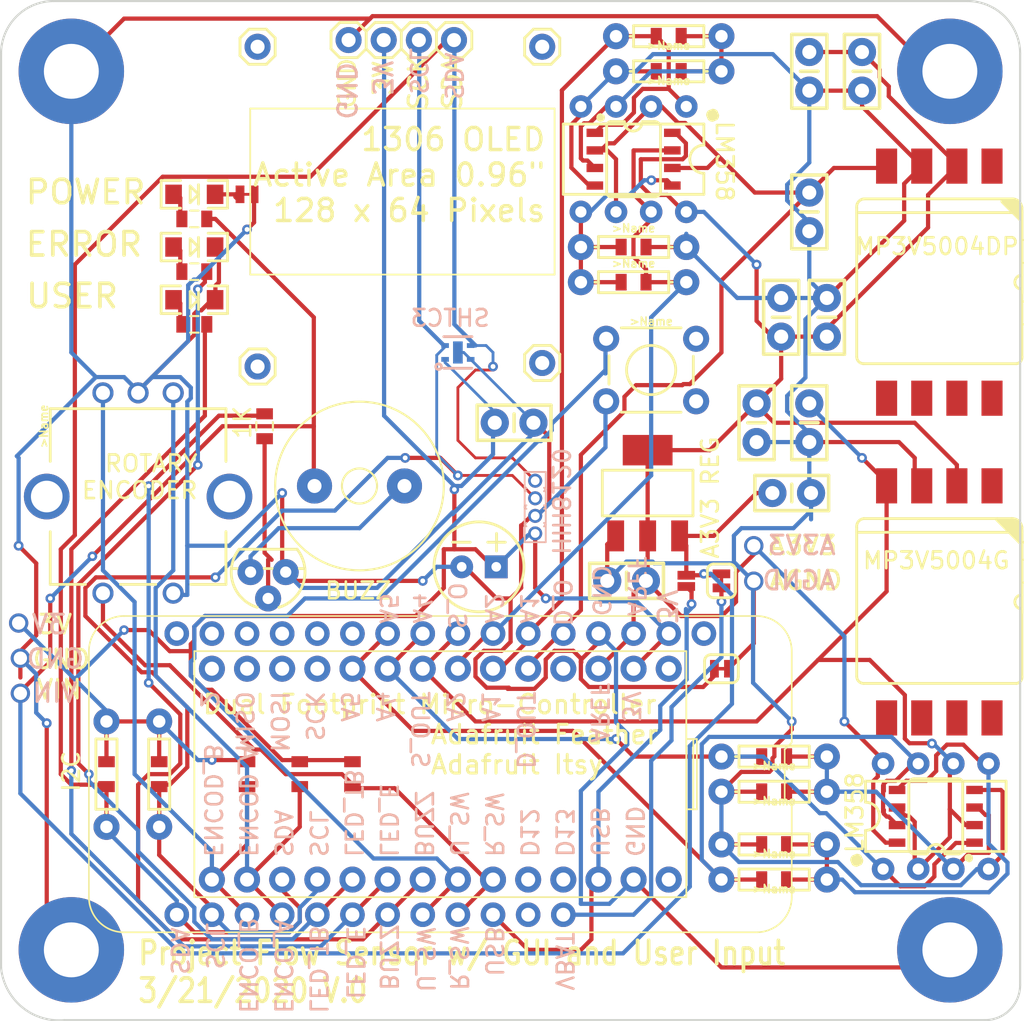
<source format=kicad_pcb>
(kicad_pcb (version 20171130) (host pcbnew "(5.1.5)-3")
  (layers (0 Top signal hide) (31 Bottom signal hide) (34 B.Paste user) (35 F.Paste user) (36 B.SilkS user hide) (37 F.SilkS user) (38 B.Mask user) (39 F.Mask user) (44 Edge.Cuts user))
  (net 0 "")
  (net 1 3.3V)
  (net 2 GND)
  (net 3 AGND)
  (net 4 /SDA)
  (net 5 /SCL)
  (net 6 /3V)
  (net 7 "Net-(U$2-Pad8)")
  (net 8 "Net-(U$2-Pad7)")
  (net 9 "Net-(U$2-Pad6)")
  (net 10 "Net-(U$2-Pad5)")
  (net 11 /S_OUT)
  (net 12 "Net-(U$2-Pad1)")
  (net 13 "Net-(U$3-Pad8)")
  (net 14 "Net-(U$3-Pad7)")
  (net 15 "Net-(U$3-Pad6)")
  (net 16 "Net-(U$3-Pad5)")
  (net 17 /D_OUT)
  (net 18 "Net-(U$3-Pad1)")
  (net 19 "Net-(MS2-Pad1)")
  (net 20 "Net-(MS2-Pad16)")
  (net 21 "Net-(MS2-Pad15)")
  (net 22 "Net-(MS2-Pad14)")
  (net 23 "Net-(MS2-Pad13)")
  (net 24 "Net-(MS2-Pad12)")
  (net 25 "Net-(MS2-Pad11)")
  (net 26 /A5)
  (net 27 /A4)
  (net 28 /A2)
  (net 29 /A1)
  (net 30 /ROTARY_B)
  (net 31 /ROTARY_A)
  (net 32 /LED_TBD)
  (net 33 /LED_ERROR)
  (net 34 /PWM_BUZZER)
  (net 35 /SWITCH1)
  (net 36 /ROTARY_SWITCH)
  (net 37 /USB)
  (net 38 "Net-(MS2-Pad27)")
  (net 39 "Net-(JP2-Pad2)")
  (net 40 "Net-(U$45-PadVIN)")
  (net 41 "Net-(U$45-PadVHI)")
  (net 42 "Net-(U$45-PadSCK)")
  (net 43 "Net-(U$45-PadRES)")
  (net 44 "Net-(U$45-PadMOSI)")
  (net 45 "Net-(U$45-PadMISO)")
  (net 46 "Net-(U$45-PadD13)")
  (net 47 "Net-(U$45-PadD12)")
  (net 48 "Net-(U$45-Pad2)")
  (net 49 "Net-(R14-Pad1)")
  (net 50 "Net-(R13-Pad1)")
  (net 51 "Net-(R10-PadP$1)")
  (net 52 "Net-(R17-Pad1)")
  (net 53 /VIN)
  (net 54 "Net-(D2-PadC)")
  (net 55 "Net-(D2-PadA)")
  (net 56 "Net-(D4-PadA)")
  (net 57 "Net-(D1-PadA)")
  (net 58 "Net-(Q2-Pad3)")
  (net 59 "Net-(Q2-Pad2)")
  (net 60 "Net-(J1-Pad1)")
  (net 61 "Net-(J2-Pad1)")
  (net 62 "Net-(J3-Pad1)")
  (net 63 "Net-(J4-Pad1)")
  (module air_flow:OLED_1306 (layer Top) (at 128.1811 69.434958)
    (fp_text reference U$1 hide)
    (fp_text value OLED_1306 hide)
    (fp_text user GND (at 9.2075 6.612642 90) (layer F.SilkS) (effects (font (size 1.1875 1.1875) (thickness 0.1875)) (justify left bottom)))
    (fp_text user SDA (at 16.9037 6.714242 90) (layer F.SilkS) (effects (font (size 1.35128 1.35128) (thickness 0.21336)) (justify left bottom)))
    (fp_text user SCK (at 14.4399 6.739642 90) (layer F.SilkS) (effects (font (size 1.35128 1.35128) (thickness 0.21336)) (justify left bottom)))
    (fp_text user 3V (at 11.8999 5.681 90) (layer F.SilkS) (effects (font (size 1.35128 1.35128) (thickness 0.21336)) (justify left bottom)))
    (fp_text user "1306 OLED\nActive Area 0.96\"\n128 x 64 Pixels" (at 22.9743 7.806442) (layer F.SilkS) (effects (font (size 1.59258 1.59258) (thickness 0.25146)) (justify right top)))
    (pad SDA thru_hole circle (at 16.23 1.55 180) (size 1.8796 1.8796) (drill 1.016) (layers *.Cu *.Mask) (net 4 /SDA))
    (pad SCK thru_hole circle (at 13.69 1.55 180) (size 1.8796 1.8796) (drill 1.016) (layers *.Cu *.Mask) (net 5 /SCL))
    (pad 3V thru_hole circle (at 11.15 1.55 180) (size 1.8796 1.8796) (drill 1.016) (layers *.Cu *.Mask) (net 6 /3V))
    (pad GND thru_hole circle (at 8.61 1.55 180) (size 1.8796 1.8796) (drill 1.016) (layers *.Cu *.Mask) (net 2 GND))
  )
  (module air_flow:MP3V5004GP (layer Top) (at 179.4891 111.592958 270)
    (fp_text reference U$2 hide)
    (fp_text value MP3V5004GSINGLE hide)
    (pad 8 smd rect (at 8.388 -3.81 180) (size 1.524 2.54) (layers Top F.Paste F.Mask) (net 7 "Net-(U$2-Pad8)"))
    (pad 7 smd rect (at 8.388 -1.27 180) (size 1.524 2.54) (layers Top F.Paste F.Mask) (net 8 "Net-(U$2-Pad7)"))
    (pad 6 smd rect (at 8.388 1.27 180) (size 1.524 2.54) (layers Top F.Paste F.Mask) (net 9 "Net-(U$2-Pad6)"))
    (pad 5 smd rect (at 8.388 3.81 180) (size 1.524 2.54) (layers Top F.Paste F.Mask) (net 10 "Net-(U$2-Pad5)"))
    (pad 4 smd rect (at -8.388 3.81 180) (size 1.524 2.54) (layers Top F.Paste F.Mask) (net 11 /S_OUT))
    (pad 3 smd rect (at -8.388 1.27 180) (size 1.524 2.54) (layers Top F.Paste F.Mask) (net 3 AGND))
    (pad 2 smd rect (at -8.388 -1.27 180) (size 1.524 2.54) (layers Top F.Paste F.Mask) (net 1 3.3V))
    (pad 1 smd rect (at -8.388 -3.81 180) (size 1.524 2.54) (layers Top F.Paste F.Mask) (net 12 "Net-(U$2-Pad1)"))
  )
  (module air_flow:MP3V5004DP (layer Top) (at 179.4891 88.484958 270)
    (fp_text reference U$3 hide)
    (fp_text value MP3V5004GDUAL hide)
    (pad 8 smd rect (at 8.388 -3.81 180) (size 1.524 2.54) (layers Top F.Paste F.Mask) (net 13 "Net-(U$3-Pad8)"))
    (pad 7 smd rect (at 8.388 -1.27 180) (size 1.524 2.54) (layers Top F.Paste F.Mask) (net 14 "Net-(U$3-Pad7)"))
    (pad 6 smd rect (at 8.388 1.27 180) (size 1.524 2.54) (layers Top F.Paste F.Mask) (net 15 "Net-(U$3-Pad6)"))
    (pad 5 smd rect (at 8.388 3.81 180) (size 1.524 2.54) (layers Top F.Paste F.Mask) (net 16 "Net-(U$3-Pad5)"))
    (pad 4 smd rect (at -8.388 3.81 180) (size 1.524 2.54) (layers Top F.Paste F.Mask) (net 17 /D_OUT))
    (pad 3 smd rect (at -8.388 1.27 180) (size 1.524 2.54) (layers Top F.Paste F.Mask) (net 3 AGND))
    (pad 2 smd rect (at -8.388 -1.27 180) (size 1.524 2.54) (layers Top F.Paste F.Mask) (net 1 3.3V))
    (pad 1 smd rect (at -8.388 -3.81 180) (size 1.524 2.54) (layers Top F.Paste F.Mask) (net 18 "Net-(U$3-Pad1)"))
  )
  (module air_flow:CAP-PTH-SMALL-KIT (layer Top) (at 171.3611 91.024958 270)
    (fp_text reference C1 hide)
    (fp_text value 0.1uF hide)
    (pad 2 thru_hole circle (at 1.397 0 270) (size 2.032 2.032) (drill 1.016) (layers *.Cu *.Mask) (net 1 3.3V))
    (pad 1 thru_hole circle (at -1.397 0 270) (size 2.032 2.032) (drill 1.016) (layers *.Cu *.Mask) (net 3 AGND))
  )
  (module air_flow:CAP-PTH-SMALL-KIT (layer Top) (at 168.0591 91.024958 270)
    (fp_text reference C2 hide)
    (fp_text value 1uF hide)
    (pad 2 thru_hole circle (at 1.397 0 270) (size 2.032 2.032) (drill 1.016) (layers *.Cu *.Mask) (net 1 3.3V))
    (pad 1 thru_hole circle (at -1.397 0 270) (size 2.032 2.032) (drill 1.016) (layers *.Cu *.Mask) (net 3 AGND))
  )
  (module air_flow:CAP-PTH-SMALL-KIT (layer Top) (at 170.0911 98.644958 270)
    (fp_text reference C3 hide)
    (fp_text value 470pF hide)
    (pad 2 thru_hole circle (at 1.397 0 270) (size 2.032 2.032) (drill 1.016) (layers *.Cu *.Mask) (net 3 AGND))
    (pad 1 thru_hole circle (at -1.397 0 270) (size 2.032 2.032) (drill 1.016) (layers *.Cu *.Mask) (net 11 /S_OUT))
  )
  (module air_flow:CAP-PTH-SMALL-KIT (layer Top) (at 173.9011 73.244958 90)
    (fp_text reference C4 hide)
    (fp_text value 0.1uF hide)
    (pad 2 thru_hole circle (at 1.397 0 90) (size 2.032 2.032) (drill 1.016) (layers *.Cu *.Mask) (net 1 3.3V))
    (pad 1 thru_hole circle (at -1.397 0 90) (size 2.032 2.032) (drill 1.016) (layers *.Cu *.Mask) (net 3 AGND))
  )
  (module air_flow:CAP-PTH-SMALL-KIT (layer Top) (at 170.0911 73.244958 90)
    (fp_text reference C5 hide)
    (fp_text value 1uF hide)
    (pad 2 thru_hole circle (at 1.397 0 90) (size 2.032 2.032) (drill 1.016) (layers *.Cu *.Mask) (net 1 3.3V))
    (pad 1 thru_hole circle (at -1.397 0 90) (size 2.032 2.032) (drill 1.016) (layers *.Cu *.Mask) (net 3 AGND))
  )
  (module air_flow:CAP-PTH-SMALL-KIT (layer Top) (at 170.0911 83.404958 270)
    (fp_text reference C6 hide)
    (fp_text value 470pF hide)
    (pad 2 thru_hole circle (at 1.397 0 270) (size 2.032 2.032) (drill 1.016) (layers *.Cu *.Mask) (net 3 AGND))
    (pad 1 thru_hole circle (at -1.397 0 270) (size 2.032 2.032) (drill 1.016) (layers *.Cu *.Mask) (net 17 /D_OUT))
  )
  (module air_flow:FEATHERWING_DIM (layer Top) (at 168.8211 112.614958 180)
    (fp_text reference MS2 hide)
    (fp_text value FEATHERWING_NODIM hide)
    (pad 1 thru_hole circle (at 6.35 -1.27 180) (size 1.778 1.778) (drill 1) (layers *.Cu *.Mask) (net 19 "Net-(MS2-Pad1)"))
    (pad 2 thru_hole circle (at 8.89 -1.27 180) (size 1.778 1.778) (drill 1) (layers *.Cu *.Mask) (net 6 /3V))
    (pad 3 thru_hole circle (at 11.43 -1.27 180) (size 1.778 1.778) (drill 1) (layers *.Cu *.Mask) (net 1 3.3V))
    (pad 4 thru_hole circle (at 13.97 -1.27 180) (size 1.778 1.778) (drill 1) (layers *.Cu *.Mask) (net 2 GND))
    (pad 16 thru_hole circle (at 44.45 -1.27 180) (size 1.778 1.778) (drill 1) (layers *.Cu *.Mask) (net 20 "Net-(MS2-Pad16)"))
    (pad 15 thru_hole circle (at 41.91 -1.27 180) (size 1.778 1.778) (drill 1) (layers *.Cu *.Mask) (net 21 "Net-(MS2-Pad15)"))
    (pad 14 thru_hole circle (at 39.37 -1.27 180) (size 1.778 1.778) (drill 1) (layers *.Cu *.Mask) (net 22 "Net-(MS2-Pad14)"))
    (pad 13 thru_hole circle (at 36.83 -1.27 180) (size 1.778 1.778) (drill 1) (layers *.Cu *.Mask) (net 23 "Net-(MS2-Pad13)"))
    (pad 12 thru_hole circle (at 34.29 -1.27 180) (size 1.778 1.778) (drill 1) (layers *.Cu *.Mask) (net 24 "Net-(MS2-Pad12)"))
    (pad 11 thru_hole circle (at 31.75 -1.27 180) (size 1.778 1.778) (drill 1) (layers *.Cu *.Mask) (net 25 "Net-(MS2-Pad11)"))
    (pad 10 thru_hole circle (at 29.21 -1.27 180) (size 1.778 1.778) (drill 1) (layers *.Cu *.Mask) (net 26 /A5))
    (pad 9 thru_hole circle (at 26.67 -1.27 180) (size 1.778 1.778) (drill 1) (layers *.Cu *.Mask) (net 27 /A4))
    (pad 8 thru_hole circle (at 24.13 -1.27 180) (size 1.778 1.778) (drill 1) (layers *.Cu *.Mask) (net 11 /S_OUT))
    (pad 7 thru_hole circle (at 21.59 -1.27 180) (size 1.778 1.778) (drill 1) (layers *.Cu *.Mask) (net 28 /A2))
    (pad 6 thru_hole circle (at 19.05 -1.27 180) (size 1.778 1.778) (drill 1) (layers *.Cu *.Mask) (net 29 /A1))
    (pad 5 thru_hole circle (at 16.51 -1.27 180) (size 1.778 1.778) (drill 1) (layers *.Cu *.Mask) (net 17 /D_OUT))
    (pad 17 thru_hole circle (at 44.45 -21.59 180) (size 1.778 1.778) (drill 1) (layers *.Cu *.Mask) (net 4 /SDA))
    (pad 18 thru_hole circle (at 41.91 -21.59 180) (size 1.778 1.778) (drill 1) (layers *.Cu *.Mask) (net 5 /SCL))
    (pad 19 thru_hole circle (at 39.37 -21.59 180) (size 1.778 1.778) (drill 1) (layers *.Cu *.Mask) (net 30 /ROTARY_B))
    (pad 20 thru_hole circle (at 36.83 -21.59 180) (size 1.778 1.778) (drill 1) (layers *.Cu *.Mask) (net 31 /ROTARY_A))
    (pad 21 thru_hole circle (at 34.29 -21.59 180) (size 1.778 1.778) (drill 1) (layers *.Cu *.Mask) (net 32 /LED_TBD))
    (pad 22 thru_hole circle (at 31.75 -21.59 180) (size 1.778 1.778) (drill 1) (layers *.Cu *.Mask) (net 33 /LED_ERROR))
    (pad 23 thru_hole circle (at 29.21 -21.59 180) (size 1.778 1.778) (drill 1) (layers *.Cu *.Mask) (net 34 /PWM_BUZZER))
    (pad 24 thru_hole circle (at 26.67 -21.59 180) (size 1.778 1.778) (drill 1) (layers *.Cu *.Mask) (net 35 /SWITCH1))
    (pad 25 thru_hole circle (at 24.13 -21.59 180) (size 1.778 1.778) (drill 1) (layers *.Cu *.Mask) (net 36 /ROTARY_SWITCH))
    (pad 26 thru_hole circle (at 21.59 -21.59 180) (size 1.778 1.778) (drill 1) (layers *.Cu *.Mask) (net 37 /USB))
    (pad 27 thru_hole circle (at 19.05 -21.59 180) (size 1.778 1.778) (drill 1) (layers *.Cu *.Mask) (net 38 "Net-(MS2-Pad27)"))
    (pad 28 thru_hole circle (at 16.51 -21.59 180) (size 1.778 1.778) (drill 1) (layers *.Cu *.Mask) (net 39 "Net-(JP2-Pad2)"))
  )
  (module air_flow:ADAFRUIT_ITS_MO_28 (layer Top) (at 135.8011 124.044958 270)
    (fp_text reference U$45 hide)
    (fp_text value ADAFRUIT_ITSY_M0_28 hide)
    (pad VIN thru_hole circle (at 7.62 -24.13) (size 1.8796 1.8796) (drill 1.016) (layers *.Cu *.Mask) (net 40 "Net-(U$45-PadVIN)"))
    (pad VHI thru_hole circle (at -7.62 -16.51) (size 1.8796 1.8796) (drill 1.016) (layers *.Cu *.Mask) (net 41 "Net-(U$45-PadVHI)"))
    (pad USB thru_hole circle (at 7.62 -19.05) (size 1.8796 1.8796) (drill 1.016) (layers *.Cu *.Mask) (net 37 /USB))
    (pad TX thru_hole circle (at 7.62 6.35) (size 1.8796 1.8796) (drill 1.016) (layers *.Cu *.Mask) (net 31 /ROTARY_A))
    (pad SDA thru_hole circle (at 7.62 3.81) (size 1.8796 1.8796) (drill 1.016) (layers *.Cu *.Mask) (net 4 /SDA))
    (pad SCL thru_hole circle (at 7.62 1.27) (size 1.8796 1.8796) (drill 1.016) (layers *.Cu *.Mask) (net 5 /SCL))
    (pad SCK thru_hole circle (at -7.62 1.27) (size 1.8796 1.8796) (drill 1.016) (layers *.Cu *.Mask) (net 42 "Net-(U$45-PadSCK)"))
    (pad RX thru_hole circle (at 7.62 8.89) (size 1.8796 1.8796) (drill 1.016) (layers *.Cu *.Mask) (net 30 /ROTARY_B))
    (pad RES thru_hole circle (at -7.62 -24.13) (size 1.8796 1.8796) (drill 1.016) (layers *.Cu *.Mask) (net 43 "Net-(U$45-PadRES)"))
    (pad MOSI thru_hole circle (at -7.62 3.81) (size 1.8796 1.8796) (drill 1.016) (layers *.Cu *.Mask) (net 44 "Net-(U$45-PadMOSI)"))
    (pad MISO thru_hole circle (at -7.62 6.35) (size 1.8796 1.8796) (drill 1.016) (layers *.Cu *.Mask) (net 45 "Net-(U$45-PadMISO)"))
    (pad GND thru_hole circle (at 7.62 -21.59) (size 1.8796 1.8796) (drill 1.016) (layers *.Cu *.Mask) (net 2 GND))
    (pad D13 thru_hole circle (at 7.62 -16.51) (size 1.8796 1.8796) (drill 1.016) (layers *.Cu *.Mask) (net 46 "Net-(U$45-PadD13)"))
    (pad D12 thru_hole circle (at 7.62 -13.97) (size 1.8796 1.8796) (drill 1.016) (layers *.Cu *.Mask) (net 47 "Net-(U$45-PadD12)"))
    (pad D11 thru_hole circle (at 7.62 -11.43) (size 1.8796 1.8796) (drill 1.016) (layers *.Cu *.Mask) (net 36 /ROTARY_SWITCH))
    (pad D10 thru_hole circle (at 7.62 -8.89) (size 1.8796 1.8796) (drill 1.016) (layers *.Cu *.Mask) (net 35 /SWITCH1))
    (pad D9 thru_hole circle (at 7.62 -6.35) (size 1.8796 1.8796) (drill 1.016) (layers *.Cu *.Mask) (net 34 /PWM_BUZZER))
    (pad D7 thru_hole circle (at 7.62 -3.81) (size 1.8796 1.8796) (drill 1.016) (layers *.Cu *.Mask) (net 33 /LED_ERROR))
    (pad D5 thru_hole circle (at 7.62 -1.27) (size 1.8796 1.8796) (drill 1.016) (layers *.Cu *.Mask) (net 32 /LED_TBD))
    (pad AREF thru_hole circle (at -7.62 -19.05) (size 1.8796 1.8796) (drill 1.016) (layers *.Cu *.Mask) (net 1 3.3V))
    (pad A5 thru_hole circle (at -7.62 -1.27 180) (size 1.8796 1.8796) (drill 1.016) (layers *.Cu *.Mask) (net 26 /A5))
    (pad A4 thru_hole circle (at -7.62 -3.81 180) (size 1.8796 1.8796) (drill 1.016) (layers *.Cu *.Mask) (net 27 /A4))
    (pad A3 thru_hole circle (at -7.62 -6.35 180) (size 1.8796 1.8796) (drill 1.016) (layers *.Cu *.Mask) (net 11 /S_OUT))
    (pad A2 thru_hole circle (at -7.62 -8.89 180) (size 1.8796 1.8796) (drill 1.016) (layers *.Cu *.Mask) (net 28 /A2))
    (pad A1 thru_hole circle (at -7.62 -11.43 180) (size 1.8796 1.8796) (drill 1.016) (layers *.Cu *.Mask) (net 29 /A1))
    (pad A0 thru_hole circle (at -7.62 -13.97 180) (size 1.8796 1.8796) (drill 1.016) (layers *.Cu *.Mask) (net 17 /D_OUT))
    (pad 3V thru_hole circle (at -7.62 -21.59) (size 1.8796 1.8796) (drill 1.016) (layers *.Cu *.Mask) (net 6 /3V))
    (pad 2 thru_hole circle (at -7.62 8.89) (size 1.8796 1.8796) (drill 1.016) (layers *.Cu *.Mask) (net 48 "Net-(U$45-Pad2)"))
  )
  (module air_flow:HIH8120_TH (layer Bottom) (at 150.2791 104.740958 90)
    (fp_text reference U$4 hide)
    (fp_text value HIH8000_ hide)
    (pad 4 thru_hole circle (at 1.905 0 270) (size 1.016 1.016) (drill 0.635) (layers *.Cu *.Mask) (net 4 /SDA))
    (pad 3 thru_hole circle (at 0.635 0 270) (size 1.016 1.016) (drill 0.635) (layers *.Cu *.Mask) (net 5 /SCL))
    (pad 2 thru_hole circle (at -0.635 0 270) (size 1.016 1.016) (drill 0.635) (layers *.Cu *.Mask) (net 2 GND))
    (pad 1 thru_hole circle (at -1.905 0 270) (size 1.016 1.016) (drill 0.635) (layers *.Cu *.Mask) (net 6 /3V))
  )
  (module air_flow:AXIAL-0.3 (layer Top) (at 119.2911 124.044958 90)
    (fp_text reference R1 hide)
    (fp_text value 10k hide)
    (pad P$2 thru_hole circle (at 3.81 0 90) (size 1.8796 1.8796) (drill 0.9) (layers *.Cu *.Mask) (net 6 /3V))
    (pad P$1 thru_hole circle (at -3.81 0 90) (size 1.8796 1.8796) (drill 0.9) (layers *.Cu *.Mask) (net 4 /SDA))
  )
  (module air_flow:AXIAL-0.3 (layer Top) (at 123.1011 124.044958 90)
    (fp_text reference R2 hide)
    (fp_text value 10k hide)
    (pad P$2 thru_hole circle (at 3.81 0 90) (size 1.8796 1.8796) (drill 0.9) (layers *.Cu *.Mask) (net 6 /3V))
    (pad P$1 thru_hole circle (at -3.81 0 90) (size 1.8796 1.8796) (drill 0.9) (layers *.Cu *.Mask) (net 5 /SCL))
  )
  (module air_flow:CAP-PTH-SMALL-KIT (layer Top) (at 148.7551 98.644958 180)
    (fp_text reference C7 hide)
    (fp_text value 0.22uF hide)
    (pad 2 thru_hole circle (at 1.397 0 180) (size 2.032 2.032) (drill 1.016) (layers *.Cu *.Mask) (net 6 /3V))
    (pad 1 thru_hole circle (at -1.397 0 180) (size 2.032 2.032) (drill 1.016) (layers *.Cu *.Mask) (net 2 GND))
  )
  (module air_flow:DIP08 (layer Top) (at 179.2351 127.092958)
    (fp_text reference U1 hide)
    (fp_text value LM358 hide)
    (pad 5 thru_hole circle (at 3.81 -3.81 90) (size 1.6256 1.6256) (drill 0.8128) (layers *.Cu *.Mask) (net 49 "Net-(R14-Pad1)"))
    (pad 6 thru_hole circle (at 1.27 -3.81 90) (size 1.6256 1.6256) (drill 0.8128) (layers *.Cu *.Mask) (net 11 /S_OUT))
    (pad 4 thru_hole circle (at 3.81 3.81 90) (size 1.6256 1.6256) (drill 0.8128) (layers *.Cu *.Mask) (net 3 AGND))
    (pad 3 thru_hole circle (at 1.27 3.81 90) (size 1.6256 1.6256) (drill 0.8128) (layers *.Cu *.Mask) (net 50 "Net-(R13-Pad1)"))
    (pad 8 thru_hole circle (at -3.81 -3.81 90) (size 1.6256 1.6256) (drill 0.8128) (layers *.Cu *.Mask) (net 1 3.3V))
    (pad 7 thru_hole circle (at -1.27 -3.81 90) (size 1.6256 1.6256) (drill 0.8128) (layers *.Cu *.Mask) (net 26 /A5))
    (pad 2 thru_hole circle (at -1.27 3.81 90) (size 1.6256 1.6256) (drill 0.8128) (layers *.Cu *.Mask) (net 11 /S_OUT))
    (pad 1 thru_hole circle (at -3.81 3.81 90) (size 1.6256 1.6256) (drill 0.8128) (layers *.Cu *.Mask) (net 27 /A4))
  )
  (module air_flow:AXIAL-0.3 (layer Top) (at 167.5511 122.774958 180)
    (fp_text reference R3 hide)
    (fp_text value TBD hide)
    (fp_text user >Name (at 0 -1.016 180) (layer F.SilkS) (effects (font (size 0.57912 0.57912) (thickness 0.12192)) (justify bottom)))
    (pad P$2 thru_hole circle (at 3.81 0 180) (size 1.8796 1.8796) (drill 0.9) (layers *.Cu *.Mask) (net 27 /A4))
    (pad P$1 thru_hole circle (at -3.81 0 180) (size 1.8796 1.8796) (drill 0.9) (layers *.Cu *.Mask) (net 50 "Net-(R13-Pad1)"))
  )
  (module air_flow:AXIAL-0.3 (layer Top) (at 167.5511 131.664958 180)
    (fp_text reference R4 hide)
    (fp_text value TBD hide)
    (fp_text user >Name (at 0 -1.016 180) (layer F.SilkS) (effects (font (size 0.57912 0.57912) (thickness 0.12192)) (justify bottom)))
    (pad P$2 thru_hole circle (at 3.81 0 180) (size 1.8796 1.8796) (drill 0.9) (layers *.Cu *.Mask) (net 26 /A5))
    (pad P$1 thru_hole circle (at -3.81 0 180) (size 1.8796 1.8796) (drill 0.9) (layers *.Cu *.Mask) (net 49 "Net-(R14-Pad1)"))
  )
  (module air_flow:AXIAL-0.3 (layer Top) (at 167.5511 125.314958 180)
    (fp_text reference R5 hide)
    (fp_text value TBD hide)
    (fp_text user >Name (at 0 -1.016 180) (layer F.SilkS) (effects (font (size 0.57912 0.57912) (thickness 0.12192)) (justify bottom)))
    (pad P$2 thru_hole circle (at 3.81 0 180) (size 1.8796 1.8796) (drill 0.9) (layers *.Cu *.Mask) (net 3 AGND))
    (pad P$1 thru_hole circle (at -3.81 0 180) (size 1.8796 1.8796) (drill 0.9) (layers *.Cu *.Mask) (net 50 "Net-(R13-Pad1)"))
  )
  (module air_flow:AXIAL-0.3 (layer Top) (at 167.5511 129.124958 180)
    (fp_text reference R6 hide)
    (fp_text value TBD hide)
    (fp_text user >Name (at 0 -1.016 180) (layer F.SilkS) (effects (font (size 0.57912 0.57912) (thickness 0.12192)) (justify bottom)))
    (pad P$2 thru_hole circle (at 3.81 0 180) (size 1.8796 1.8796) (drill 0.9) (layers *.Cu *.Mask) (net 3 AGND))
    (pad P$1 thru_hole circle (at -3.81 0 180) (size 1.8796 1.8796) (drill 0.9) (layers *.Cu *.Mask) (net 49 "Net-(R14-Pad1)"))
  )
  (module air_flow:DIP08 (layer Top) (at 157.3911 79.594958 180)
    (fp_text reference U2 hide)
    (fp_text value LM358 hide)
    (pad 5 thru_hole circle (at 3.81 -3.81 270) (size 1.6256 1.6256) (drill 0.8128) (layers *.Cu *.Mask) (net 51 "Net-(R10-PadP$1)"))
    (pad 6 thru_hole circle (at 1.27 -3.81 270) (size 1.6256 1.6256) (drill 0.8128) (layers *.Cu *.Mask) (net 17 /D_OUT))
    (pad 4 thru_hole circle (at 3.81 3.81 270) (size 1.6256 1.6256) (drill 0.8128) (layers *.Cu *.Mask) (net 3 AGND))
    (pad 3 thru_hole circle (at 1.27 3.81 270) (size 1.6256 1.6256) (drill 0.8128) (layers *.Cu *.Mask) (net 52 "Net-(R17-Pad1)"))
    (pad 8 thru_hole circle (at -3.81 -3.81 270) (size 1.6256 1.6256) (drill 0.8128) (layers *.Cu *.Mask) (net 1 3.3V))
    (pad 7 thru_hole circle (at -1.27 -3.81 270) (size 1.6256 1.6256) (drill 0.8128) (layers *.Cu *.Mask) (net 28 /A2))
    (pad 2 thru_hole circle (at -1.27 3.81 270) (size 1.6256 1.6256) (drill 0.8128) (layers *.Cu *.Mask) (net 17 /D_OUT))
    (pad 1 thru_hole circle (at -3.81 3.81 270) (size 1.6256 1.6256) (drill 0.8128) (layers *.Cu *.Mask) (net 29 /A1))
  )
  (module air_flow:AXIAL-0.3 (layer Top) (at 159.9311 70.704958 180)
    (fp_text reference R7 hide)
    (fp_text value TBD hide)
    (fp_text user >Name (at 0 -1.016 180) (layer F.SilkS) (effects (font (size 0.57912 0.57912) (thickness 0.12192)) (justify bottom)))
    (pad P$2 thru_hole circle (at 3.81 0 180) (size 1.8796 1.8796) (drill 0.9) (layers *.Cu *.Mask) (net 29 /A1))
    (pad P$1 thru_hole circle (at -3.81 0 180) (size 1.8796 1.8796) (drill 0.9) (layers *.Cu *.Mask) (net 52 "Net-(R17-Pad1)"))
  )
  (module air_flow:AXIAL-0.3 (layer Top) (at 157.3911 88.484958)
    (fp_text reference R8 hide)
    (fp_text value TBD hide)
    (fp_text user >Name (at 0 -1.016) (layer F.SilkS) (effects (font (size 0.57912 0.57912) (thickness 0.12192)) (justify bottom)))
    (pad P$2 thru_hole circle (at 3.81 0) (size 1.8796 1.8796) (drill 0.9) (layers *.Cu *.Mask) (net 28 /A2))
    (pad P$1 thru_hole circle (at -3.81 0) (size 1.8796 1.8796) (drill 0.9) (layers *.Cu *.Mask) (net 51 "Net-(R10-PadP$1)"))
  )
  (module air_flow:AXIAL-0.3 (layer Top) (at 159.9311 73.244958 180)
    (fp_text reference R9 hide)
    (fp_text value TBD hide)
    (fp_text user >Name (at 0 -1.016 180) (layer F.SilkS) (effects (font (size 0.57912 0.57912) (thickness 0.12192)) (justify bottom)))
    (pad P$2 thru_hole circle (at 3.81 0 180) (size 1.8796 1.8796) (drill 0.9) (layers *.Cu *.Mask) (net 3 AGND))
    (pad P$1 thru_hole circle (at -3.81 0 180) (size 1.8796 1.8796) (drill 0.9) (layers *.Cu *.Mask) (net 52 "Net-(R17-Pad1)"))
  )
  (module air_flow:AXIAL-0.3 (layer Top) (at 157.3911 85.944958)
    (fp_text reference R10 hide)
    (fp_text value TBD hide)
    (fp_text user >Name (at 0 -1.016) (layer F.SilkS) (effects (font (size 0.57912 0.57912) (thickness 0.12192)) (justify bottom)))
    (pad P$2 thru_hole circle (at 3.81 0) (size 1.8796 1.8796) (drill 0.9) (layers *.Cu *.Mask) (net 3 AGND))
    (pad P$1 thru_hole circle (at -3.81 0) (size 1.8796 1.8796) (drill 0.9) (layers *.Cu *.Mask) (net 51 "Net-(R10-PadP$1)"))
  )
  (module air_flow:CAP-PTH-SMALL-KIT (layer Top) (at 168.8211 103.724958)
    (fp_text reference C9 hide)
    (fp_text value 1uF hide)
    (pad 2 thru_hole circle (at 1.397 0) (size 2.032 2.032) (drill 1.016) (layers *.Cu *.Mask) (net 3 AGND))
    (pad 1 thru_hole circle (at -1.397 0) (size 2.032 2.032) (drill 1.016) (layers *.Cu *.Mask) (net 53 /VIN))
  )
  (module air_flow:STANDOFF_ELECTRICAL_5_32 (layer Top) (at 116.7511 73.244958)
    (fp_text reference S1 hide)
    (fp_text value STANDOFF_ELECTRICAL5-32 hide)
    (pad P1 thru_hole circle (at 0 0) (size 7.62 7.62) (drill 3.96875) (layers *.Cu *.Mask) (net 2 GND))
  )
  (module air_flow:STANDOFF_ELECTRICAL_5_32 (layer Top) (at 116.7511 136.744958)
    (fp_text reference S2 hide)
    (fp_text value STANDOFF_ELECTRICAL5-32 hide)
    (pad P1 thru_hole circle (at 0 0) (size 7.62 7.62) (drill 3.96875) (layers *.Cu *.Mask) (net 2 GND))
  )
  (module air_flow:SMT-JUMPER_2_NC_TRACE_SILK (layer Top) (at 163.7411 110.074958 270)
    (fp_text reference JP2 hide)
    (fp_text value JUMPER-SMT_2_NC_TRACE_SILK hide)
    (fp_poly (pts (xy -0.2032 0.127) (xy 0.2032 0.127) (xy 0.2032 -0.127) (xy -0.2032 -0.127)) (layer Top) (width 0))
    (pad 2 smd rect (at 0.508 0 270) (size 0.635 1.27) (layers Top F.Mask) (net 39 "Net-(JP2-Pad2)"))
    (pad 1 smd rect (at -0.508 0 270) (size 0.635 1.27) (layers Top F.Mask) (net 53 /VIN))
  )
  (module air_flow:SMT-JUMPER_2_NO_NO-SILK (layer Top) (at 161.2011 110.074958 270)
    (fp_text reference JP1 hide)
    (fp_text value JUMPER-SMT_2_NO_NO-SILK hide)
    (pad 2 smd rect (at 0.4064 0 270) (size 0.635 1.27) (layers Top F.Mask) (net 37 /USB))
    (pad 1 smd rect (at -0.4064 0 270) (size 0.635 1.27) (layers Top F.Mask) (net 53 /VIN))
  )
  (module air_flow:1X01-40MILL (layer Top) (at 113.0681 115.662958 270)
    (fp_text reference U$31 hide)
    (fp_text value CONN_0138MILL hide)
    (pad 1 thru_hole circle (at 0 0) (size 1.397 1.397) (drill 0.9652) (layers *.Cu *.Mask) (net 2 GND))
  )
  (module air_flow:1X01-40MILL (layer Top) (at 166.0779 107.534958 270)
    (fp_text reference U$39 hide)
    (fp_text value CONN_0138MILL hide)
    (pad 1 thru_hole circle (at 0 0) (size 1.397 1.397) (drill 0.9652) (layers *.Cu *.Mask) (net 1 3.3V))
  )
  (module air_flow:1X01-40MILL (layer Top) (at 113.0681 118.202958 270)
    (fp_text reference U$40 hide)
    (fp_text value CONN_0138MILL hide)
    (pad 1 thru_hole circle (at 0 0) (size 1.397 1.397) (drill 0.9652) (layers *.Cu *.Mask) (net 53 /VIN))
  )
  (module air_flow:0805 (layer Top) (at 167.5511 125.314958 180)
    (fp_text reference R13 hide)
    (fp_text value 0.3 hide)
    (pad 2 smd rect (at 0.9 0 180) (size 0.8 1.2) (layers Top F.Paste F.Mask) (net 3 AGND))
    (pad 1 smd rect (at -0.9 0 180) (size 0.8 1.2) (layers Top F.Paste F.Mask) (net 50 "Net-(R13-Pad1)"))
  )
  (module air_flow:0805 (layer Top) (at 167.5511 131.664958 180)
    (fp_text reference R14 hide)
    (fp_text value 0.3 hide)
    (pad 2 smd rect (at 0.9 0 180) (size 0.8 1.2) (layers Top F.Paste F.Mask) (net 26 /A5))
    (pad 1 smd rect (at -0.9 0 180) (size 0.8 1.2) (layers Top F.Paste F.Mask) (net 49 "Net-(R14-Pad1)"))
  )
  (module air_flow:0805 (layer Top) (at 167.5511 129.124958 180)
    (fp_text reference R15 hide)
    (fp_text value 0.3 hide)
    (pad 2 smd rect (at 0.9 0 180) (size 0.8 1.2) (layers Top F.Paste F.Mask) (net 3 AGND))
    (pad 1 smd rect (at -0.9 0 180) (size 0.8 1.2) (layers Top F.Paste F.Mask) (net 49 "Net-(R14-Pad1)"))
  )
  (module air_flow:0805 (layer Top) (at 167.5511 122.774958 180)
    (fp_text reference R16 hide)
    (fp_text value 0.3 hide)
    (pad 2 smd rect (at 0.9 0 180) (size 0.8 1.2) (layers Top F.Paste F.Mask) (net 27 /A4))
    (pad 1 smd rect (at -0.9 0 180) (size 0.8 1.2) (layers Top F.Paste F.Mask) (net 50 "Net-(R13-Pad1)"))
  )
  (module air_flow:0805 (layer Top) (at 159.9311 70.704958 180)
    (fp_text reference R17 hide)
    (fp_text value 0.3 hide)
    (pad 2 smd rect (at 0.9 0 180) (size 0.8 1.2) (layers Top F.Paste F.Mask) (net 29 /A1))
    (pad 1 smd rect (at -0.9 0 180) (size 0.8 1.2) (layers Top F.Paste F.Mask) (net 52 "Net-(R17-Pad1)"))
  )
  (module air_flow:0805 (layer Top) (at 159.9311 73.244958 180)
    (fp_text reference R18 hide)
    (fp_text value 0.3 hide)
    (pad 2 smd rect (at 0.9 0 180) (size 0.8 1.2) (layers Top F.Paste F.Mask) (net 3 AGND))
    (pad 1 smd rect (at -0.9 0 180) (size 0.8 1.2) (layers Top F.Paste F.Mask) (net 52 "Net-(R17-Pad1)"))
  )
  (module air_flow:0805 (layer Top) (at 157.3911 88.484958)
    (fp_text reference R19 hide)
    (fp_text value 0.3 hide)
    (pad 2 smd rect (at 0.9 0) (size 0.8 1.2) (layers Top F.Paste F.Mask) (net 28 /A2))
    (pad 1 smd rect (at -0.9 0) (size 0.8 1.2) (layers Top F.Paste F.Mask) (net 51 "Net-(R10-PadP$1)"))
  )
  (module air_flow:0805 (layer Top) (at 157.3911 85.944958)
    (fp_text reference R20 hide)
    (fp_text value 0.3 hide)
    (pad 2 smd rect (at 0.9 0) (size 0.8 1.2) (layers Top F.Paste F.Mask) (net 3 AGND))
    (pad 1 smd rect (at -0.9 0) (size 0.8 1.2) (layers Top F.Paste F.Mask) (net 51 "Net-(R10-PadP$1)"))
  )
  (module air_flow:0805 (layer Top) (at 119.2911 124.044958 90)
    (fp_text reference R21 hide)
    (fp_text value 0.3 hide)
    (pad 2 smd rect (at 0.9 0 90) (size 0.8 1.2) (layers Top F.Paste F.Mask) (net 6 /3V))
    (pad 1 smd rect (at -0.9 0 90) (size 0.8 1.2) (layers Top F.Paste F.Mask) (net 4 /SDA))
  )
  (module air_flow:0805 (layer Top) (at 123.1011 124.044958 90)
    (fp_text reference R22 hide)
    (fp_text value 0.3 hide)
    (pad 2 smd rect (at 0.9 0 90) (size 0.8 1.2) (layers Top F.Paste F.Mask) (net 6 /3V))
    (pad 1 smd rect (at -0.9 0 90) (size 0.8 1.2) (layers Top F.Paste F.Mask) (net 5 /SCL))
  )
  (module air_flow:SO08 (layer Top) (at 179.2351 127.092958 90)
    (fp_text reference U3 hide)
    (fp_text value LMV358 hide)
    (pad 8 smd rect (at -1.905 -2.8 90) (size 0.6 1.2) (layers Top F.Paste F.Mask) (net 1 3.3V))
    (pad 7 smd rect (at -0.635 -2.8 90) (size 0.6 1.2) (layers Top F.Paste F.Mask) (net 26 /A5))
    (pad 6 smd rect (at 0.635 -2.8 90) (size 0.6 1.2) (layers Top F.Paste F.Mask) (net 11 /S_OUT))
    (pad 5 smd rect (at 1.905 -2.8 90) (size 0.6 1.2) (layers Top F.Paste F.Mask) (net 49 "Net-(R14-Pad1)"))
    (pad 4 smd rect (at 1.905 2.8 90) (size 0.6 1.2) (layers Top F.Paste F.Mask) (net 3 AGND))
    (pad 3 smd rect (at 0.635 2.8 90) (size 0.6 1.2) (layers Top F.Paste F.Mask) (net 50 "Net-(R13-Pad1)"))
    (pad 2 smd rect (at -0.635 2.8 90) (size 0.6 1.2) (layers Top F.Paste F.Mask) (net 11 /S_OUT))
    (pad 1 smd rect (at -1.905 2.8 90) (size 0.6 1.2) (layers Top F.Paste F.Mask) (net 27 /A4))
  )
  (module air_flow:SO08 (layer Top) (at 157.3911 79.594958 270)
    (fp_text reference U4 hide)
    (fp_text value LMV358 hide)
    (pad 8 smd rect (at -1.905 -2.8 270) (size 0.6 1.2) (layers Top F.Paste F.Mask) (net 1 3.3V))
    (pad 7 smd rect (at -0.635 -2.8 270) (size 0.6 1.2) (layers Top F.Paste F.Mask) (net 28 /A2))
    (pad 6 smd rect (at 0.635 -2.8 270) (size 0.6 1.2) (layers Top F.Paste F.Mask) (net 17 /D_OUT))
    (pad 5 smd rect (at 1.905 -2.8 270) (size 0.6 1.2) (layers Top F.Paste F.Mask) (net 51 "Net-(R10-PadP$1)"))
    (pad 4 smd rect (at 1.905 2.8 270) (size 0.6 1.2) (layers Top F.Paste F.Mask) (net 3 AGND))
    (pad 3 smd rect (at 0.635 2.8 270) (size 0.6 1.2) (layers Top F.Paste F.Mask) (net 52 "Net-(R17-Pad1)"))
    (pad 2 smd rect (at -0.635 2.8 270) (size 0.6 1.2) (layers Top F.Paste F.Mask) (net 17 /D_OUT))
    (pad 1 smd rect (at -1.905 2.8 270) (size 0.6 1.2) (layers Top F.Paste F.Mask) (net 29 /A1))
  )
  (module air_flow:SOT223 (layer Top) (at 158.4071 103.724958)
    (fp_text reference 3V_REGULATOR1 hide)
    (fp_text value LDL1117_5V_REG hide)
    (pad 4 smd rect (at 0 -3.099) (size 3.6 2.2) (layers Top F.Paste F.Mask) (net 1 3.3V))
    (pad 3 smd rect (at 2.3114 3.0988) (size 1.2192 2.2352) (layers Top F.Paste F.Mask) (net 53 /VIN))
    (pad 2 smd rect (at 0 3.0988) (size 1.2192 2.2352) (layers Top F.Paste F.Mask) (net 1 3.3V))
    (pad 1 smd rect (at -2.3114 3.0988) (size 1.2192 2.2352) (layers Top F.Paste F.Mask) (net 3 AGND))
  )
  (module air_flow:1X01-40MILL (layer Top) (at 112.9411 113.122958 270)
    (fp_text reference U$20 hide)
    (fp_text value CONN_0138MILL hide)
    (pad 1 thru_hole circle (at 0 0) (size 1.397 1.397) (drill 0.9652) (layers *.Cu *.Mask) (net 6 /3V))
  )
  (module air_flow:TACTILE_SWITCH_PTH_6.0MM_KIT (layer Top) (at 158.6611 94.834958)
    (fp_text reference S3 hide)
    (fp_text value MOMENTARY-SWITCH-SPST-PTH-6.0MM-KIT hide)
    (fp_text user >Name (at 0 -3.175) (layer F.SilkS) (effects (font (size 0.57912 0.57912) (thickness 0.12192)) (justify bottom)))
    (pad 4 thru_hole circle (at 3.2512 2.2606) (size 1.8796 1.8796) (drill 1.016) (layers *.Cu *.Mask))
    (pad 3 thru_hole circle (at -3.2512 2.2606) (size 1.8796 1.8796) (drill 1.016) (layers *.Cu *.Mask) (net 2 GND))
    (pad 2 thru_hole circle (at 3.2512 -2.2606) (size 1.8796 1.8796) (drill 1.016) (layers *.Cu *.Mask))
    (pad 1 thru_hole circle (at -3.2512 -2.2606) (size 1.8796 1.8796) (drill 1.016) (layers *.Cu *.Mask) (net 35 /SWITCH1))
  )
  (module air_flow:LED-1206 (layer Top) (at 125.6411 82.134958)
    (fp_text reference D2 hide)
    (fp_text value RED hide)
    (pad C smd rect (at 1.5 0) (size 1.2 1.4) (layers Top F.Paste F.Mask) (net 54 "Net-(D2-PadC)"))
    (pad A smd rect (at -1.5 0) (size 1.2 1.4) (layers Top F.Paste F.Mask) (net 55 "Net-(D2-PadA)"))
  )
  (module air_flow:LED-1206 (layer Top) (at 125.6411 89.754958)
    (fp_text reference D4 hide)
    (fp_text value YELLOW hide)
    (pad C smd rect (at 1.5 0) (size 1.2 1.4) (layers Top F.Paste F.Mask) (net 2 GND))
    (pad A smd rect (at -1.5 0) (size 1.2 1.4) (layers Top F.Paste F.Mask) (net 56 "Net-(D4-PadA)"))
  )
  (module air_flow:PAD-JUMPER-2-NC_BY_TRACE_NO_SILK (layer Top) (at 129.4511 82.134958 180)
    (fp_text reference SJ1 hide)
    (fp_text value PWR-LED hide)
    (fp_line (start -0.381 0) (end 0.381 0) (layer Top) (width 0.2032))
    (pad 2 smd rect (at 0.508 0 180) (size 0.635 1.27) (layers Top F.Mask) (net 54 "Net-(D2-PadC)"))
    (pad 1 smd rect (at -0.508 0 180) (size 0.635 1.27) (layers Top F.Mask) (net 2 GND))
  )
  (module air_flow:0805 (layer Top) (at 125.6411 91.532958)
    (fp_text reference R11 hide)
    (fp_text value 1000 hide)
    (pad 2 smd rect (at 0.9 0) (size 0.8 1.2) (layers Top F.Paste F.Mask) (net 33 /LED_ERROR))
    (pad 1 smd rect (at -0.9 0) (size 0.8 1.2) (layers Top F.Paste F.Mask) (net 56 "Net-(D4-PadA)"))
  )
  (module air_flow:0805 (layer Top) (at 125.6411 83.912958)
    (fp_text reference R12 hide)
    (fp_text value 1000 hide)
    (pad 2 smd rect (at 0.9 0) (size 0.8 1.2) (layers Top F.Paste F.Mask) (net 53 /VIN))
    (pad 1 smd rect (at -0.9 0) (size 0.8 1.2) (layers Top F.Paste F.Mask) (net 55 "Net-(D2-PadA)"))
  )
  (module air_flow:LED-1206 (layer Top) (at 125.6411 85.944958)
    (fp_text reference D1 hide)
    (fp_text value YELLOW hide)
    (pad C smd rect (at 1.5 0) (size 1.2 1.4) (layers Top F.Paste F.Mask) (net 2 GND))
    (pad A smd rect (at -1.5 0) (size 1.2 1.4) (layers Top F.Paste F.Mask) (net 57 "Net-(D1-PadA)"))
  )
  (module air_flow:0805 (layer Top) (at 125.6411 87.722958)
    (fp_text reference R23 hide)
    (fp_text value 1000 hide)
    (pad 2 smd rect (at 0.9 0) (size 0.8 1.2) (layers Top F.Paste F.Mask) (net 32 /LED_TBD))
    (pad 1 smd rect (at -0.9 0) (size 0.8 1.2) (layers Top F.Paste F.Mask) (net 57 "Net-(D1-PadA)"))
  )
  (module air_flow:SMT-JUMPER_2_NC_TRACE_SILK (layer Top) (at 163.7411 116.424958 180)
    (fp_text reference JP3 hide)
    (fp_text value JUMPER-SMT_2_NC_TRACE_SILK hide)
    (fp_poly (pts (xy -0.2032 0.127) (xy 0.2032 0.127) (xy 0.2032 -0.127) (xy -0.2032 -0.127)) (layer Top) (width 0))
    (pad 2 smd rect (at 0.508 0 180) (size 0.635 1.27) (layers Top F.Mask) (net 2 GND))
    (pad 1 smd rect (at -0.508 0 180) (size 0.635 1.27) (layers Top F.Mask) (net 3 AGND))
  )
  (module air_flow:CAP-PTH-SMALL-KIT (layer Top) (at 156.8831 110.074958)
    (fp_text reference C10 hide)
    (fp_text value 0.1uF hide)
    (pad 2 thru_hole circle (at 1.397 0) (size 2.032 2.032) (drill 1.016) (layers *.Cu *.Mask) (net 1 3.3V))
    (pad 1 thru_hole circle (at -1.397 0) (size 2.032 2.032) (drill 1.016) (layers *.Cu *.Mask) (net 3 AGND))
  )
  (module air_flow:CAP-PTH-SMALL-KIT (layer Top) (at 166.2811 98.644958 270)
    (fp_text reference C8 hide)
    (fp_text value 1uF hide)
    (pad 2 thru_hole circle (at 1.397 0 270) (size 2.032 2.032) (drill 1.016) (layers *.Cu *.Mask) (net 3 AGND))
    (pad 1 thru_hole circle (at -1.397 0 270) (size 2.032 2.032) (drill 1.016) (layers *.Cu *.Mask) (net 1 3.3V))
  )
  (module air_flow:AL60P (layer Top) (at 137.5791 103.216958)
    (fp_text reference SP2 hide)
    (fp_text value AL60P hide)
    (pad 2 thru_hole circle (at 3.2512 0) (size 2.54 2.54) (drill 1.016) (layers *.Cu *.Mask) (net 58 "Net-(Q2-Pad3)"))
    (pad 1 thru_hole circle (at -3.2512 0) (size 2.54 2.54) (drill 1.016) (layers *.Cu *.Mask) (net 53 /VIN))
  )
  (module air_flow:0805 (layer Top) (at 130.7211 98.898958 90)
    (fp_text reference R24 hide)
    (fp_text value 1K (at -1.016 -0.889 90) (layer F.SilkS) (effects (font (size 1.2065 1.2065) (thickness 0.180975)) (justify left bottom)))
    (pad 2 smd rect (at 0.9 0 90) (size 0.8 1.2) (layers Top F.Paste F.Mask) (net 34 /PWM_BUZZER))
    (pad 1 smd rect (at -0.9 0 90) (size 0.8 1.2) (layers Top F.Paste F.Mask) (net 59 "Net-(Q2-Pad2)"))
  )
  (module air_flow:ROTARY_ENC_PLAIN (layer Top) (at 121.5771 103.978958 90)
    (fp_text reference S5 hide)
    (fp_text value ENCODER-SWITCH hide)
    (fp_text user >Name (at 5.08 -6.477 90) (layer F.SilkS) (effects (font (size 0.57912 0.57912) (thickness 0.12192)) (justify bottom)))
    (pad A thru_hole circle (at 7.493 2.54 90) (size 1.524 1.524) (drill 1.016) (layers *.Cu *.Mask) (net 31 /ROTARY_A))
    (pad B thru_hole circle (at 7.493 -2.54 90) (size 1.524 1.524) (drill 1.016) (layers *.Cu *.Mask) (net 30 /ROTARY_B))
    (pad SW- thru_hole circle (at -6.985 2.54 90) (size 1.524 1.524) (drill 1.016) (layers *.Cu *.Mask) (net 2 GND))
    (pad P$4 thru_hole circle (at 0 6.604 90) (size 3.302 3.302) (drill 2.286) (layers *.Cu *.Mask))
    (pad P$3 thru_hole circle (at 0 -6.604 90) (size 3.302 3.302) (drill 2.286) (layers *.Cu *.Mask))
    (pad SW+ thru_hole circle (at -6.985 -2.54 90) (size 1.524 1.524) (drill 1.016) (layers *.Cu *.Mask) (net 36 /ROTARY_SWITCH))
    (pad C thru_hole circle (at 7.493 0 90) (size 1.524 1.524) (drill 1.016) (layers *.Cu *.Mask) (net 2 GND))
  )
  (module air_flow:0805 (layer Top) (at 129.4511 124.044958 90)
    (fp_text reference R26 hide)
    (fp_text value 10K)
    (pad 2 smd rect (at 0.9 0 90) (size 0.8 1.2) (layers Top F.Paste F.Mask) (net 6 /3V))
    (pad 1 smd rect (at -0.9 0 90) (size 0.8 1.2) (layers Top F.Paste F.Mask) (net 30 /ROTARY_B))
  )
  (module air_flow:0805 (layer Top) (at 133.2611 124.044958 270)
    (fp_text reference R27 hide)
    (fp_text value 10K)
    (pad 2 smd rect (at 0.9 0 270) (size 0.8 1.2) (layers Top F.Paste F.Mask) (net 31 /ROTARY_A))
    (pad 1 smd rect (at -0.9 0 270) (size 0.8 1.2) (layers Top F.Paste F.Mask) (net 6 /3V))
  )
  (module air_flow:0805 (layer Top) (at 137.0711 124.044958 90)
    (fp_text reference R28 hide)
    (fp_text value 10K)
    (pad 2 smd rect (at 0.9 0 90) (size 0.8 1.2) (layers Top F.Paste F.Mask) (net 6 /3V))
    (pad 1 smd rect (at -0.9 0 90) (size 0.8 1.2) (layers Top F.Paste F.Mask) (net 36 /ROTARY_SWITCH))
  )
  (module air_flow:SHTC3 (layer Bottom) (at 144.6911 93.564958)
    (fp_text reference U5 hide)
    (fp_text value SHTC3 hide)
    (pad 5 smd rect (at 0 0 90) (size 1.6 0.7) (layers Bottom B.Mask) (net 2 GND))
    (pad 1 smd rect (at -0.925 0.5 270) (size 0.35 0.55) (layers Bottom B.Paste B.Mask) (net 6 /3V))
    (pad 2 smd rect (at -0.925 -0.5 270) (size 0.35 0.55) (layers Bottom B.Paste B.Mask) (net 5 /SCL))
    (pad 3 smd rect (at 0.925 -0.5 270) (size 0.35 0.55) (layers Bottom B.Paste B.Mask) (net 4 /SDA))
    (pad 4 smd rect (at 0.925 0.5 270) (size 0.35 0.55) (layers Bottom B.Paste B.Mask) (net 2 GND))
  )
  (module air_flow:STANDOFF_ELECTRICAL_5_32 (layer Top) (at 180.2511 73.244958)
    (fp_text reference S4 hide)
    (fp_text value STANDOFF_ELECTRICAL5-32 hide)
    (pad P1 thru_hole circle (at 0 0) (size 7.62 7.62) (drill 3.96875) (layers *.Cu *.Mask) (net 2 GND))
  )
  (module air_flow:STANDOFF_ELECTRICAL_5_32 (layer Top) (at 180.2511 136.744958)
    (fp_text reference S6 hide)
    (fp_text value STANDOFF_ELECTRICAL5-32 hide)
    (pad P1 thru_hole circle (at 0 0) (size 7.62 7.62) (drill 3.96875) (layers *.Cu *.Mask) (net 2 GND))
  )
  (module air_flow:1X01-40MILL (layer Top) (at 166.0779 110.100358)
    (fp_text reference U$26 hide)
    (fp_text value CONN_0138MILL hide)
    (pad 1 thru_hole circle (at 0 0 90) (size 1.397 1.397) (drill 0.9652) (layers *.Cu *.Mask) (net 3 AGND))
  )
  (module air_flow:1X01 (layer Top) (at 130.2131 94.580958)
    (fp_text reference J1 hide)
    (fp_text value CONN_01)
    (pad 1 thru_hole circle (at 0 0 90) (size 1.8796 1.8796) (drill 1.016) (layers *.Cu *.Mask) (net 60 "Net-(J1-Pad1)"))
  )
  (module air_flow:1X01 (layer Top) (at 150.7871 94.326958)
    (fp_text reference J2 hide)
    (fp_text value CONN_01)
    (pad 1 thru_hole circle (at 0 0 90) (size 1.8796 1.8796) (drill 1.016) (layers *.Cu *.Mask) (net 61 "Net-(J2-Pad1)"))
  )
  (module air_flow:1X01 (layer Top) (at 150.7871 71.466958)
    (fp_text reference J3 hide)
    (fp_text value CONN_01)
    (pad 1 thru_hole circle (at 0 0 90) (size 1.8796 1.8796) (drill 1.016) (layers *.Cu *.Mask) (net 62 "Net-(J3-Pad1)"))
  )
  (module air_flow:1X01 (layer Top) (at 130.2131 71.466958)
    (fp_text reference J4 hide)
    (fp_text value CONN_01)
    (pad 1 thru_hole circle (at 0 0 90) (size 1.8796 1.8796) (drill 1.016) (layers *.Cu *.Mask) (net 63 "Net-(J4-Pad1)"))
  )
  (module air_flow:CPOL-RADIAL-2.5MM-6.5MM (layer Top) (at 146.2151 109.058958)
    (fp_text reference C11 hide)
    (fp_text value 100uF hide)
    (pad 1 thru_hole rect (at 1.25 0) (size 1.651 1.651) (drill 0.7) (layers *.Cu *.Mask) (net 6 /3V))
    (pad 2 thru_hole circle (at -1.25 0) (size 1.651 1.651) (drill 0.7) (layers *.Cu *.Mask) (net 2 GND))
  )
  (module air_flow:TO-92 (layer Top) (at 130.9751 109.439958 180)
    (fp_text reference Q2 hide)
    (fp_text value 200mA/40V hide)
    (pad 3 thru_hole circle (at 1.27 0 180) (size 1.8796 1.8796) (drill 0.8128) (layers *.Cu *.Mask) (net 58 "Net-(Q2-Pad3)"))
    (pad 2 thru_hole circle (at 0 -1.905 180) (size 1.8796 1.8796) (drill 0.8128) (layers *.Cu *.Mask) (net 59 "Net-(Q2-Pad2)"))
    (pad 1 thru_hole circle (at -1.27 0 180) (size 1.8796 1.8796) (drill 0.8128) (layers *.Cu *.Mask) (net 2 GND))
  )
  (gr_text "Dual Footprint Micro-Controller\n                Adafruit Feather\n                Adafruit Itsy" (at 126.1364 118.2116) (layer F.SilkS) (effects (font (size 1.35128 1.35128) (thickness 0.21336)) (justify left top)))
  (gr_text I2C (at 117.4496 125.4252 90) (layer F.SilkS) (effects (font (size 1.2065 1.2065) (thickness 0.1905)) (justify left bottom)))
  (gr_text "A3V3 REG" (at 162.2171 99.533958 90) (layer F.SilkS) (effects (font (size 1.2065 1.2065) (thickness 0.1905)) (justify right top)))
  (gr_text 3V (at 114.2111 114.011958) (layer F.SilkS) (effects (font (size 1.35128 1.35128) (thickness 0.21336)) (justify left bottom)))
  (gr_text GND (at 113.8428 116.5352) (layer F.SilkS) (effects (font (size 1.35128 1.35128) (thickness 0.21336)) (justify left bottom)))
  (gr_text VIN (at 114.1349 118.710958) (layer F.SilkS) (effects (font (size 1.35128 1.35128) (thickness 0.21336)) (justify left bottom)))
  (gr_text POWER (at 113.3094 82.9564) (layer F.SilkS) (effects (font (size 1.6891 1.6891) (thickness 0.2667)) (justify left bottom)))
  (gr_text ERROR (at 113.3094 86.741) (layer F.SilkS) (effects (font (size 1.6891 1.6891) (thickness 0.2667)) (justify left bottom)))
  (gr_text USER (at 113.3348 90.4748) (layer F.SilkS) (effects (font (size 1.6891 1.6891) (thickness 0.2667)) (justify left bottom)))
  (gr_line (start 182.7911 141.824958) (end 116.2431 141.824958) (layer Edge.Cuts) (width 0.1524))
  (gr_arc (start 115.8621 137.633958) (end 116.2431 141.824958) (angle 90) (layer Edge.Cuts) (width 0.1524))
  (gr_line (start 111.6711 138.014958) (end 111.6711 71.974958) (layer Edge.Cuts) (width 0.1524))
  (gr_arc (start 115.4811 71.974958) (end 111.6711 71.974958) (angle 90) (layer Edge.Cuts) (width 0.1524))
  (gr_line (start 115.4811 68.164958) (end 181.5211 68.164958) (layer Edge.Cuts) (width 0.1524))
  (gr_arc (start 181.5211 71.974958) (end 181.5211 68.164958) (angle 90) (layer Edge.Cuts) (width 0.1524))
  (gr_line (start 185.3311 71.974958) (end 185.3311 139.284958) (layer Edge.Cuts) (width 0.1524))
  (gr_arc (start 182.7911 139.284958) (end 185.3311 139.284958) (angle 90) (layer Edge.Cuts) (width 0.1524))
  (gr_text A3V3 (at 167.0431 108.296958) (layer F.SilkS) (effects (font (size 1.35128 1.35128) (thickness 0.21336)) (justify left bottom)))
  (gr_text AGND (at 167.0431 110.836958) (layer F.SilkS) (effects (font (size 1.35128 1.35128) (thickness 0.21336)) (justify left bottom)))
  (gr_text BUZZ (at 139.9921 110.074958) (layer F.SilkS) (effects (font (size 1.2065 1.2065) (thickness 0.1905)) (justify right top)))
  (gr_text "ROTARY\nENCODER" (at 125.984 100.8888) (layer F.SilkS) (effects (font (size 1.2065 1.2065) (thickness 0.1905)) (justify right top)))
  (gr_text HIH8120 (at 151.4221 108.296958 -90) (layer B.SilkS) (effects (font (size 1.2065 1.2065) (thickness 0.1905)) (justify left bottom mirror)))
  (gr_text SHTC3 (at 147.1041 91.786958) (layer B.SilkS) (effects (font (size 1.2065 1.2065) (thickness 0.1905)) (justify left bottom mirror)))
  (gr_text MP3V5004DP (at 185.3438 85.1916) (layer F.SilkS) (effects (font (size 1.2065 1.2065) (thickness 0.1905)) (justify right top)))
  (gr_text MP3V5004G (at 184.6834 107.8992) (layer F.SilkS) (effects (font (size 1.2065 1.2065) (thickness 0.1905)) (justify right top)))
  (gr_text LM358 (at 163.9697 79.747358 270) (layer F.SilkS) (effects (font (size 1.2065 1.2065) (thickness 0.1905))))
  (gr_text LM358 (at 172.6692 123.7996 90) (layer F.SilkS) (effects (font (size 1.2065 1.2065) (thickness 0.1905)) (justify right top)))
  (gr_text "Project Flow Sensor w/ GUI and User Input\n3/21/2020 V.0" (at 121.4501 140.681958) (layer F.SilkS) (effects (font (size 1.6891 1.397) (thickness 0.2667)) (justify left bottom)))
  (gr_text GND (at 156.7561 130.140958 -90) (layer B.SilkS) (effects (font (size 1.2065 1.2065) (thickness 0.1905)) (justify left bottom mirror)))
  (gr_text AREF (at 154.2161 121.885958 -90) (layer B.SilkS) (effects (font (size 1.2065 1.2065) (thickness 0.1905)) (justify left bottom mirror)))
  (gr_text 3V (at 157.8991 117.948958 -90) (layer B.SilkS) (effects (font (size 1.2065 1.2065) (thickness 0.1905)) (justify right top mirror)))
  (gr_text D_OUT (at 150.2791 117.948958 -90) (layer B.SilkS) (effects (font (size 1.2065 1.2065) (thickness 0.1905)) (justify right top mirror)))
  (gr_text A1 (at 147.7391 117.948958 -90) (layer B.SilkS) (effects (font (size 1.2065 1.2065) (thickness 0.1905)) (justify right top mirror)))
  (gr_text A2 (at 145.1991 117.948958 -90) (layer B.SilkS) (effects (font (size 1.2065 1.2065) (thickness 0.1905)) (justify right top mirror)))
  (gr_text S_OUT (at 142.6591 117.948958 -90) (layer B.SilkS) (effects (font (size 1.2065 1.2065) (thickness 0.1905)) (justify right top mirror)))
  (gr_text A4 (at 140.1191 117.948958 -90) (layer B.SilkS) (effects (font (size 1.2065 1.2065) (thickness 0.1905)) (justify right top mirror)))
  (gr_text A5 (at 137.5791 117.948958 -90) (layer B.SilkS) (effects (font (size 1.2065 1.2065) (thickness 0.1905)) (justify right top mirror)))
  (gr_text SCK (at 135.0391 117.948958 -90) (layer B.SilkS) (effects (font (size 1.2065 1.2065) (thickness 0.1905)) (justify right top mirror)))
  (gr_text MOSI (at 132.4991 117.948958 -90) (layer B.SilkS) (effects (font (size 1.2065 1.2065) (thickness 0.1905)) (justify right top mirror)))
  (gr_text MISO (at 129.9591 117.948958 -90) (layer B.SilkS) (effects (font (size 1.2065 1.2065) (thickness 0.1905)) (justify right top mirror)))
  (gr_text 2 (at 127.4191 117.948958 -90) (layer B.SilkS) (effects (font (size 1.2065 1.2065) (thickness 0.1905)) (justify right top mirror)))
  (gr_text USB (at 154.2161 130.140958 -90) (layer B.SilkS) (effects (font (size 1.2065 1.2065) (thickness 0.1905)) (justify left bottom mirror)))
  (gr_text D13 (at 151.6761 130.140958 -90) (layer B.SilkS) (effects (font (size 1.2065 1.2065) (thickness 0.1905)) (justify left bottom mirror)))
  (gr_text D12 (at 149.1361 130.140958 -90) (layer B.SilkS) (effects (font (size 1.2065 1.2065) (thickness 0.1905)) (justify left bottom mirror)))
  (gr_text R_SW (at 146.5961 130.140958 -90) (layer B.SilkS) (effects (font (size 1.2065 1.2065) (thickness 0.1905)) (justify left bottom mirror)))
  (gr_text U_SW (at 144.0561 130.140958 -90) (layer B.SilkS) (effects (font (size 1.2065 1.2065) (thickness 0.1905)) (justify left bottom mirror)))
  (gr_text BUZZ (at 141.5161 130.140958 -90) (layer B.SilkS) (effects (font (size 1.2065 1.2065) (thickness 0.1905)) (justify left bottom mirror)))
  (gr_text LED_E (at 138.9761 130.140958 -90) (layer B.SilkS) (effects (font (size 1.2065 1.2065) (thickness 0.1905)) (justify left bottom mirror)))
  (gr_text LED_TB (at 136.4361 130.140958 -90) (layer B.SilkS) (effects (font (size 1.2065 1.2065) (thickness 0.1905)) (justify left bottom mirror)))
  (gr_text SCL (at 133.8961 130.140958 -90) (layer B.SilkS) (effects (font (size 1.2065 1.2065) (thickness 0.1905)) (justify left bottom mirror)))
  (gr_text SDA (at 131.3561 130.140958 -90) (layer B.SilkS) (effects (font (size 1.2065 1.2065) (thickness 0.1905)) (justify left bottom mirror)))
  (gr_text ENCOD_A (at 128.8161 130.140958 -90) (layer B.SilkS) (effects (font (size 1.2065 1.2065) (thickness 0.1905)) (justify left bottom mirror)))
  (gr_text ENCOD_B (at 126.2761 130.140958 -90) (layer B.SilkS) (effects (font (size 1.2065 1.2065) (thickness 0.1905)) (justify left bottom mirror)))
  (gr_text ENCO_B (at 128.8161 141.443958 -90) (layer B.SilkS) (effects (font (size 1.2065 1.2065) (thickness 0.1905)) (justify left bottom mirror)))
  (gr_text ENCO_A (at 131.3561 141.443958 -90) (layer B.SilkS) (effects (font (size 1.2065 1.2065) (thickness 0.1905)) (justify left bottom mirror)))
  (gr_text SDA (at 123.8631 138.649958 -90) (layer B.SilkS) (effects (font (size 1.2065 1.2065) (thickness 0.1905)) (justify left bottom mirror)))
  (gr_text SCL (at 126.4031 138.268958 -90) (layer B.SilkS) (effects (font (size 1.2065 1.2065) (thickness 0.1905)) (justify left bottom mirror)))
  (gr_text LED_TB (at 133.8961 141.443958 -90) (layer B.SilkS) (effects (font (size 1.2065 1.2065) (thickness 0.1905)) (justify left bottom mirror)))
  (gr_text LED_E (at 136.5631 140.427958 -90) (layer B.SilkS) (effects (font (size 1.2065 1.2065) (thickness 0.1905)) (justify left bottom mirror)))
  (gr_text BUZZ (at 138.9761 139.792958 -90) (layer B.SilkS) (effects (font (size 1.2065 1.2065) (thickness 0.1905)) (justify left bottom mirror)))
  (gr_text U_SW (at 141.6431 139.919958 -90) (layer B.SilkS) (effects (font (size 1.2065 1.2065) (thickness 0.1905)) (justify left bottom mirror)))
  (gr_text R_SW (at 144.0561 139.792958 -90) (layer B.SilkS) (effects (font (size 1.2065 1.2065) (thickness 0.1905)) (justify left bottom mirror)))
  (gr_text VBAT (at 151.6761 139.792958 -90) (layer B.SilkS) (effects (font (size 1.2065 1.2065) (thickness 0.1905)) (justify left bottom mirror)))
  (gr_text USB (at 146.5961 138.776958 -90) (layer B.SilkS) (effects (font (size 1.2065 1.2065) (thickness 0.1905)) (justify left bottom mirror)))
  (gr_text A5 (at 140.3731 110.836958 -90) (layer B.SilkS) (effects (font (size 1.2065 1.2065) (thickness 0.1905)) (justify right top mirror)))
  (gr_text A4 (at 142.7861 110.836958 -90) (layer B.SilkS) (effects (font (size 1.2065 1.2065) (thickness 0.1905)) (justify right top mirror)))
  (gr_text S_O (at 145.3261 110.074958 -90) (layer B.SilkS) (effects (font (size 1.2065 1.2065) (thickness 0.1905)) (justify right top mirror)))
  (gr_text A2 (at 147.9931 110.836958 -90) (layer B.SilkS) (effects (font (size 1.2065 1.2065) (thickness 0.1905)) (justify right top mirror)))
  (gr_text A1 (at 150.5331 110.836958 -90) (layer B.SilkS) (effects (font (size 1.2065 1.2065) (thickness 0.1905)) (justify right top mirror)))
  (gr_text D_O (at 152.9461 109.820958 -90) (layer B.SilkS) (effects (font (size 1.2065 1.2065) (thickness 0.1905)) (justify right top mirror)))
  (gr_text GND (at 154.3431 112.741958 -90) (layer B.SilkS) (effects (font (size 1.2065 1.2065) (thickness 0.1905)) (justify left bottom mirror)))
  (gr_text AREF (at 156.8831 112.741958 -90) (layer B.SilkS) (effects (font (size 1.2065 1.2065) (thickness 0.1905)) (justify left bottom mirror)))
  (gr_text 3V (at 160.5661 110.582958 -90) (layer B.SilkS) (effects (font (size 1.35128 1.35128) (thickness 0.21336)) (justify right top mirror)))
  (gr_line (start 184.0611 82.642958) (end 185.3311 83.912958) (layer F.SilkS) (width 0.3048))
  (gr_line (start 185.3311 83.912958) (end 185.3311 83.658958) (layer F.SilkS) (width 0.3048))
  (gr_line (start 185.3311 83.658958) (end 184.1881 82.515958) (layer F.SilkS) (width 0.3048))
  (gr_line (start 184.1881 82.515958) (end 184.5691 82.515958) (layer F.SilkS) (width 0.3048))
  (gr_line (start 184.5691 82.515958) (end 185.3311 83.277958) (layer F.SilkS) (width 0.3048))
  (gr_line (start 185.3311 83.277958) (end 185.3311 83.404958) (layer F.SilkS) (width 0.3048))
  (gr_line (start 185.3311 83.277958) (end 185.3311 83.023958) (layer F.SilkS) (width 0.3048))
  (gr_line (start 185.3311 83.023958) (end 185.0771 82.769958) (layer F.SilkS) (width 0.3048))
  (gr_line (start 185.0771 82.769958) (end 184.9501 82.769958) (layer F.SilkS) (width 0.3048))
  (gr_line (start 184.9501 82.769958) (end 184.8231 82.642958) (layer F.SilkS) (width 0.3048))
  (gr_line (start 183.6801 105.629958) (end 185.3311 107.280958) (layer F.SilkS) (width 0.3048))
  (gr_line (start 185.3311 107.280958) (end 185.4581 107.280958) (layer F.SilkS) (width 0.3048))
  (gr_line (start 185.4581 107.280958) (end 184.0611 105.883958) (layer F.SilkS) (width 0.3048))
  (gr_line (start 184.0611 105.883958) (end 184.0611 105.756958) (layer F.SilkS) (width 0.3048))
  (gr_line (start 184.0611 105.756958) (end 184.1881 105.756958) (layer F.SilkS) (width 0.3048))
  (gr_line (start 184.1881 105.756958) (end 185.3311 106.899958) (layer F.SilkS) (width 0.3048))
  (gr_line (start 185.3311 106.899958) (end 185.3311 106.518958) (layer F.SilkS) (width 0.3048))
  (gr_line (start 185.3311 106.518958) (end 185.2041 106.518958) (layer F.SilkS) (width 0.3048))
  (gr_line (start 185.2041 106.518958) (end 184.4421 105.756958) (layer F.SilkS) (width 0.3048))
  (gr_line (start 184.4421 105.756958) (end 184.8231 105.756958) (layer F.SilkS) (width 0.3048))
  (gr_line (start 184.8231 105.756958) (end 185.2041 106.137958) (layer F.SilkS) (width 0.3048))
  (gr_line (start 185.2041 106.137958) (end 185.2041 106.264958) (layer F.SilkS) (width 0.3048))
  (gr_line (start 185.2041 106.264958) (end 185.3311 106.137958) (layer F.SilkS) (width 0.3048))
  (gr_line (start 185.3311 106.137958) (end 185.0771 105.883958) (layer F.SilkS) (width 0.3048))
  (gr_text VIN (at 117.3099 118.964958) (layer B.SilkS) (effects (font (size 1.35128 1.35128) (thickness 0.21336)) (justify left bottom mirror)))
  (gr_text GND (at 117.7925 116.501158) (layer B.SilkS) (effects (font (size 1.35128 1.35128) (thickness 0.21336)) (justify left bottom mirror)))
  (gr_text 3V (at 116.4971 114.011958) (layer B.SilkS) (effects (font (size 1.35128 1.35128) (thickness 0.21336)) (justify left bottom mirror)))
  (gr_text A3V3 (at 172.1231 108.296958) (layer B.SilkS) (effects (font (size 1.35128 1.35128) (thickness 0.21336)) (justify left bottom mirror)))
  (gr_text AGND (at 172.1231 110.836958) (layer B.SilkS) (effects (font (size 1.35128 1.35128) (thickness 0.21336)) (justify left bottom mirror)))
  (gr_text GND (at 137.4013 72.457558 -90) (layer B.SilkS) (effects (font (size 1.35128 1.35128) (thickness 0.21336)) (justify right top mirror)))
  (gr_text 3V (at 139.9921 72.355958 -90) (layer B.SilkS) (effects (font (size 1.35128 1.35128) (thickness 0.21336)) (justify right top mirror)))
  (gr_text SDA (at 143.6751 75.403958 -90) (layer B.SilkS) (effects (font (size 1.2065 1.2065) (thickness 0.1905)) (justify left bottom mirror)))
  (gr_text SCL (at 141.1351 75.022958 -90) (layer B.SilkS) (effects (font (size 1.2065 1.2065) (thickness 0.1905)) (justify left bottom mirror)))
  (segment (start 180.7591 103.204958) (end 180.7591 101.692958) (width 0.3048) (layer Top) (net 1))
  (segment (start 180.7591 80.096958) (end 180.7591 79.969958) (width 0.3048) (layer Top) (net 1))
  (segment (start 180.7591 79.969958) (end 175.8371 75.047958) (width 0.3048) (layer Top) (net 1))
  (segment (start 175.8371 75.047958) (end 175.8371 74.329065) (width 0.3048) (layer Top) (net 1))
  (segment (start 175.8371 74.329065) (end 175.1711 73.663065) (width 0.3048) (layer Top) (net 1))
  (segment (start 175.1711 73.117958) (end 173.9011 71.847958) (width 0.3048) (layer Top) (net 1))
  (segment (start 175.1711 73.663065) (end 175.1711 73.117958) (width 0.3048) (layer Top) (net 1))
  (segment (start 173.9011 71.847958) (end 170.0911 71.847958) (width 0.3048) (layer Top) (net 1))
  (segment (start 177.7111 98.644958) (end 167.5511 98.644958) (width 0.3048) (layer Top) (net 1))
  (segment (start 180.7591 101.692958) (end 177.7111 98.644958) (width 0.3048) (layer Top) (net 1))
  (segment (start 154.8511 116.424958) (end 157.3911 113.884958) (width 0.3048) (layer Top) (net 1))
  (segment (start 180.7591 80.096958) (end 178.6763 82.179758) (width 0.3048) (layer Top) (net 1))
  (segment (start 171.3611 91.851452) (end 171.3611 92.421958) (width 0.3048) (layer Top) (net 1))
  (segment (start 178.6763 82.179758) (end 178.6763 84.536252) (width 0.3048) (layer Top) (net 1))
  (segment (start 178.6763 84.536252) (end 171.3611 91.851452) (width 0.3048) (layer Top) (net 1))
  (segment (start 171.3611 92.421958) (end 168.0591 92.421958) (width 0.3048) (layer Top) (net 1))
  (segment (start 157.3911 110.963958) (end 158.2801 110.074958) (width 0.3048) (layer Top) (net 1))
  (segment (start 157.3911 113.884958) (end 157.3911 110.963958) (width 0.3048) (layer Top) (net 1))
  (segment (start 158.4071 100.625958) (end 162.9031 100.625958) (width 0.3048) (layer Top) (net 1))
  (segment (start 162.9031 100.625958) (end 166.2811 97.247958) (width 0.3048) (layer Top) (net 1))
  (segment (start 166.2811 97.247958) (end 168.0591 95.469958) (width 0.3048) (layer Top) (net 1))
  (segment (start 168.0591 95.469958) (end 168.0591 92.548958) (width 0.3048) (layer Top) (net 1))
  (segment (start 168.0591 92.548958) (end 168.0591 92.421958) (width 0.3048) (layer Top) (net 1))
  (segment (start 167.5511 98.644958) (end 166.2811 97.374958) (width 0.3048) (layer Top) (net 1))
  (segment (start 166.2811 97.374958) (end 166.2811 97.247958) (width 0.3048) (layer Top) (net 1))
  (segment (start 158.4071 106.823758) (end 158.4071 109.947958) (width 0.3048) (layer Top) (net 1))
  (segment (start 158.4071 109.947958) (end 158.2801 110.074958) (width 0.3048) (layer Top) (net 1))
  (segment (start 158.4071 106.823758) (end 158.4071 100.625958) (width 0.3048) (layer Top) (net 1))
  (segment (start 160.4197 77.689958) (end 161.1721 78.442358) (width 0.3048) (layer Top) (net 1))
  (segment (start 161.1721 78.442358) (end 161.1721 79.360808) (width 0.3048) (layer Top) (net 1))
  (segment (start 161.1721 79.360808) (end 160.93315 79.599758) (width 0.3048) (layer Top) (net 1))
  (segment (start 160.93315 79.599758) (end 157.9147 79.599758) (width 0.3048) (layer Top) (net 1))
  (segment (start 160.1911 77.689958) (end 160.4197 77.689958) (width 0.3048) (layer Top) (net 1))
  (segment (start 157.9147 81.494408) (end 158.60125 82.180958) (width 0.3048) (layer Top) (net 1))
  (segment (start 158.60125 82.180958) (end 159.8247 82.180958) (width 0.3048) (layer Top) (net 1))
  (segment (start 161.0487 83.404958) (end 161.2011 83.404958) (width 0.3048) (layer Top) (net 1))
  (segment (start 161.0487 83.404958) (end 159.8247 82.180958) (width 0.3048) (layer Top) (net 1))
  (segment (start 157.9147 79.599758) (end 157.9147 81.494408) (width 0.3048) (layer Top) (net 1))
  (segment (start 161.2011 83.404958) (end 162.4711 83.404958) (width 0.3048) (layer Bottom) (net 1))
  (segment (start 162.4711 83.404958) (end 166.2811 87.214958) (width 0.3048) (layer Bottom) (net 1))
  (via (at 166.2811 87.214958) (size 0.7056) (drill 0.35) (layers Top Bottom) (net 1))
  (segment (start 166.2811 91.278958) (end 167.8051 92.802958) (width 0.3048) (layer Top) (net 1))
  (segment (start 167.8051 92.802958) (end 168.0591 92.548958) (width 0.3048) (layer Top) (net 1))
  (segment (start 166.2811 87.214958) (end 166.2811 91.278958) (width 0.3048) (layer Top) (net 1))
  (segment (start 176.4351 128.997958) (end 175.61205 128.997958) (width 0.3048) (layer Top) (net 1))
  (segment (start 175.61205 128.997958) (end 174.7139 128.099808) (width 0.3048) (layer Top) (net 1))
  (segment (start 175.0441 123.663958) (end 175.0441 124.220327) (width 0.3048) (layer Top) (net 1))
  (segment (start 175.0441 123.663958) (end 175.4251 123.282958) (width 0.3048) (layer Top) (net 1))
  (segment (start 174.7139 124.550527) (end 175.0441 124.220327) (width 0.3048) (layer Top) (net 1))
  (segment (start 174.7139 128.099808) (end 174.7139 124.550527) (width 0.3048) (layer Top) (net 1))
  (segment (start 166.0779 107.534958) (end 172.6311 114.088158) (width 0.3048) (layer Bottom) (net 1))
  (segment (start 172.6311 114.088158) (end 172.6311 120.234958) (width 0.3048) (layer Bottom) (net 1))
  (via (at 172.6311 120.234958) (size 0.7056) (drill 0.35) (layers Top Bottom) (net 1))
  (segment (start 175.4251 123.028958) (end 175.4251 123.282958) (width 0.3048) (layer Top) (net 1))
  (segment (start 172.6311 120.234958) (end 175.4251 123.028958) (width 0.3048) (layer Top) (net 1))
  (segment (start 158.2801 110.074958) (end 160.8201 112.614958) (width 0.3048) (layer Top) (net 1))
  (segment (start 160.8201 112.614958) (end 163.7665 112.614958) (width 0.3048) (layer Top) (net 1))
  (segment (start 163.7665 112.614958) (end 164.7952 111.586258) (width 0.3048) (layer Top) (net 1))
  (segment (start 166.0779 108.162952) (end 166.0779 107.534958) (width 0.3048) (layer Top) (net 1))
  (segment (start 164.7952 111.586258) (end 164.7952 109.445652) (width 0.3048) (layer Top) (net 1))
  (segment (start 164.7952 109.445652) (end 166.0779 108.162952) (width 0.3048) (layer Top) (net 1))
  (segment (start 153.6065 115.757027) (end 153.6065 115.960227) (width 0.3048) (layer Top) (net 2))
  (segment (start 154.8511 113.884958) (end 154.8511 114.512427) (width 0.3048) (layer Top) (net 2))
  (segment (start 154.8511 114.512427) (end 153.6065 115.757027) (width 0.3048) (layer Top) (net 2))
  (segment (start 154.157768 117.745758) (end 162.4203 117.745758) (width 0.3048) (layer Top) (net 2))
  (segment (start 162.4203 117.745758) (end 163.2331 116.932958) (width 0.3048) (layer Top) (net 2))
  (segment (start 163.2331 116.932958) (end 163.2331 116.424958) (width 0.3048) (layer Top) (net 2))
  (segment (start 156.1211 115.154958) (end 154.8511 113.884958) (width 0.3048) (layer Bottom) (net 2))
  (segment (start 157.3911 131.664958) (end 155.6385 133.417558) (width 0.3048) (layer Bottom) (net 2))
  (segment (start 155.6385 133.417558) (end 153.5811 133.417558) (width 0.3048) (layer Bottom) (net 2))
  (segment (start 156.9311 121.904346) (end 156.9311 121.105571) (width 0.3048) (layer Bottom) (net 2))
  (segment (start 153.5811 133.417558) (end 153.5811 125.254346) (width 0.3048) (layer Bottom) (net 2))
  (segment (start 153.5811 125.254346) (end 156.9311 121.904346) (width 0.3048) (layer Bottom) (net 2))
  (segment (start 156.9311 121.105571) (end 156.1211 120.295571) (width 0.3048) (layer Bottom) (net 2))
  (segment (start 156.1211 120.295571) (end 156.1211 115.154958) (width 0.3048) (layer Bottom) (net 2))
  (segment (start 180.2511 73.244958) (end 178.9811 73.244958) (width 0.3048) (layer Top) (net 2))
  (segment (start 178.9811 73.244958) (end 174.9933 69.257158) (width 0.3048) (layer Top) (net 2))
  (segment (start 174.9933 69.257158) (end 138.5189 69.257158) (width 0.3048) (layer Top) (net 2))
  (segment (start 138.5189 69.257158) (end 138.3411 69.434958) (width 0.3048) (layer Top) (net 2))
  (segment (start 138.3411 69.434958) (end 136.7911 70.984958) (width 0.3048) (layer Top) (net 2))
  (segment (start 116.7511 73.244958) (end 120.5611 69.434958) (width 0.3048) (layer Top) (net 2))
  (segment (start 120.5611 69.434958) (end 138.3411 69.434958) (width 0.3048) (layer Top) (net 2))
  (segment (start 180.2511 136.744958) (end 178.9811 138.014958) (width 0.3048) (layer Top) (net 2))
  (segment (start 163.7411 138.014958) (end 157.3911 131.664958) (width 0.3048) (layer Top) (net 2))
  (segment (start 178.9811 138.014958) (end 163.7411 138.014958) (width 0.3048) (layer Top) (net 2))
  (segment (start 151.0411 117.06749) (end 150.2283 117.88029) (width 0.3048) (layer Top) (net 2))
  (segment (start 150.2283 117.88029) (end 148.2979 117.88029) (width 0.3048) (layer Top) (net 2))
  (segment (start 148.381631 117.796558) (end 146.766368 117.796558) (width 0.3048) (layer Top) (net 2))
  (segment (start 146.766368 117.796558) (end 145.9611 116.99129) (width 0.3048) (layer Top) (net 2))
  (segment (start 145.9611 116.99129) (end 145.9611 115.731627) (width 0.3048) (layer Top) (net 2))
  (segment (start 145.9611 115.731627) (end 146.563168 115.129558) (width 0.3048) (layer Top) (net 2))
  (segment (start 154.157768 117.745758) (end 153.5811 117.16909) (width 0.3048) (layer Top) (net 2))
  (segment (start 151.0411 115.757027) (end 151.0411 117.06749) (width 0.3048) (layer Top) (net 2))
  (segment (start 146.563168 115.129558) (end 147.852593 115.129558) (width 0.3048) (layer Top) (net 2))
  (segment (start 153.5811 117.16909) (end 153.5811 115.934827) (width 0.3048) (layer Top) (net 2))
  (segment (start 153.5811 115.934827) (end 153.5811 115.680827) (width 0.3048) (layer Top) (net 2))
  (segment (start 153.6065 115.960227) (end 153.5811 115.934827) (width 0.3048) (layer Top) (net 2))
  (segment (start 153.5811 115.680827) (end 153.029831 115.129558) (width 0.3048) (layer Top) (net 2))
  (segment (start 153.029831 115.129558) (end 151.668568 115.129558) (width 0.3048) (layer Top) (net 2))
  (segment (start 151.668568 115.129558) (end 151.0411 115.757027) (width 0.3048) (layer Top) (net 2))
  (segment (start 147.852593 115.129558) (end 148.5011 114.481052) (width 0.3048) (layer Top) (net 2))
  (segment (start 148.2979 117.88029) (end 148.381631 117.796558) (width 0.3048) (layer Top) (net 2))
  (segment (start 149.2885 106.087158) (end 149.9997 105.375958) (width 0.3048) (layer Top) (net 2))
  (segment (start 149.9997 105.375958) (end 150.2791 105.375958) (width 0.3048) (layer Top) (net 2))
  (segment (start 148.5011 111.344958) (end 149.2631 110.582958) (width 0.3048) (layer Top) (net 2))
  (segment (start 149.2631 110.582958) (end 149.2631 106.061758) (width 0.3048) (layer Top) (net 2))
  (segment (start 149.2631 106.061758) (end 149.2885 106.087158) (width 0.3048) (layer Top) (net 2))
  (segment (start 148.5011 114.481052) (end 148.5011 111.344958) (width 0.3048) (layer Top) (net 2))
  (segment (start 145.6161 94.064958) (end 150.1521 98.600958) (width 0.2032) (layer Bottom) (net 2))
  (segment (start 150.1521 98.600958) (end 150.1521 98.644958) (width 0.2032) (layer Bottom) (net 2))
  (segment (start 145.6161 94.064958) (end 145.1161 93.564958) (width 0.2032) (layer Bottom) (net 2))
  (segment (start 145.1161 93.564958) (end 144.6911 93.564958) (width 0.2032) (layer Bottom) (net 2))
  (segment (start 113.0681 117.059958) (end 113.0681 115.662958) (width 0.3048) (layer Top) (net 2))
  (segment (start 147.4851 111.344958) (end 145.1991 109.058958) (width 0.3048) (layer Top) (net 2))
  (segment (start 148.5011 111.344958) (end 147.4851 111.344958) (width 0.3048) (layer Top) (net 2))
  (segment (start 145.1991 109.058958) (end 144.9651 109.058958) (width 0.3048) (layer Top) (net 2))
  (segment (start 150.5331 105.248958) (end 150.2791 105.248958) (width 0.3048) (layer Top) (net 2))
  (segment (start 151.2951 104.486958) (end 150.5331 105.248958) (width 0.3048) (layer Top) (net 2))
  (segment (start 151.2951 99.660958) (end 151.2951 104.486958) (width 0.3048) (layer Top) (net 2))
  (segment (start 150.2791 98.644958) (end 151.2951 99.660958) (width 0.3048) (layer Top) (net 2))
  (segment (start 150.2791 105.248958) (end 150.2791 105.375958) (width 0.3048) (layer Top) (net 2))
  (segment (start 150.2791 98.644958) (end 150.1521 98.644958) (width 0.3048) (layer Top) (net 2))
  (segment (start 155.3591 100.422958) (end 155.3591 97.120958) (width 0.3048) (layer Bottom) (net 2))
  (segment (start 150.2791 105.502958) (end 155.3591 100.422958) (width 0.3048) (layer Bottom) (net 2))
  (segment (start 155.3591 97.120958) (end 155.4099 97.095558) (width 0.3048) (layer Bottom) (net 2))
  (segment (start 150.2791 105.502958) (end 150.2791 105.375958) (width 0.3048) (layer Bottom) (net 2))
  (segment (start 125.1331 111.090958) (end 124.1171 111.090958) (width 0.3048) (layer Bottom) (net 2))
  (segment (start 124.1171 111.090958) (end 124.1171 110.963958) (width 0.3048) (layer Bottom) (net 2))
  (segment (start 127.1651 88.738958) (end 127.1651 89.754958) (width 0.3048) (layer Top) (net 2))
  (segment (start 127.4191 88.484958) (end 127.1651 88.738958) (width 0.3048) (layer Top) (net 2))
  (segment (start 127.4191 86.198958) (end 127.4191 88.484958) (width 0.3048) (layer Top) (net 2))
  (segment (start 127.1651 85.944958) (end 127.4191 86.198958) (width 0.3048) (layer Top) (net 2))
  (segment (start 127.1651 89.754958) (end 127.1411 89.754958) (width 0.3048) (layer Top) (net 2))
  (segment (start 127.1651 85.944958) (end 127.1411 85.944958) (width 0.3048) (layer Top) (net 2))
  (segment (start 126.1491 90.516958) (end 126.9111 89.754958) (width 0.3048) (layer Top) (net 2))
  (segment (start 125.8951 90.516958) (end 126.1491 90.516958) (width 0.3048) (layer Top) (net 2))
  (segment (start 125.6411 90.770958) (end 125.8951 90.516958) (width 0.3048) (layer Top) (net 2))
  (segment (start 125.6411 92.294958) (end 125.6411 90.770958) (width 0.3048) (layer Top) (net 2))
  (segment (start 121.5771 96.358958) (end 125.6411 92.294958) (width 0.3048) (layer Top) (net 2))
  (segment (start 126.9111 89.754958) (end 127.1411 89.754958) (width 0.3048) (layer Top) (net 2))
  (segment (start 121.5771 96.358958) (end 121.5771 96.485958) (width 0.3048) (layer Top) (net 2))
  (segment (start 125.1331 97.120958) (end 125.1331 107.534958) (width 0.3048) (layer Bottom) (net 2))
  (segment (start 125.1331 107.534958) (end 125.1331 111.090958) (width 0.3048) (layer Bottom) (net 2))
  (segment (start 125.3871 96.866958) (end 125.1331 97.120958) (width 0.3048) (layer Bottom) (net 2))
  (segment (start 125.3871 96.104958) (end 125.3871 96.866958) (width 0.3048) (layer Bottom) (net 2))
  (segment (start 124.6251 95.342958) (end 125.3871 96.104958) (width 0.3048) (layer Bottom) (net 2))
  (segment (start 122.5931 95.342958) (end 124.6251 95.342958) (width 0.3048) (layer Bottom) (net 2))
  (segment (start 121.5771 96.358958) (end 122.5931 95.342958) (width 0.3048) (layer Bottom) (net 2))
  (segment (start 150.0251 99.533958) (end 150.0251 98.644958) (width 0.3048) (layer Bottom) (net 2))
  (segment (start 144.3101 105.248958) (end 150.0251 99.533958) (width 0.3048) (layer Bottom) (net 2))
  (segment (start 144.3101 105.121958) (end 144.3101 105.248958) (width 0.3048) (layer Bottom) (net 2))
  (segment (start 144.3101 105.121958) (end 138.8491 110.582958) (width 0.3048) (layer Bottom) (net 2))
  (segment (start 150.0251 98.644958) (end 150.1521 98.644958) (width 0.3048) (layer Bottom) (net 2))
  (segment (start 118.5291 95.342958) (end 112.8141 101.057958) (width 0.3048) (layer Bottom) (net 2))
  (segment (start 120.5611 95.342958) (end 118.5291 95.342958) (width 0.3048) (layer Bottom) (net 2))
  (segment (start 121.5771 96.358958) (end 120.5611 95.342958) (width 0.3048) (layer Bottom) (net 2))
  (segment (start 121.5771 96.358958) (end 121.5771 96.485958) (width 0.3048) (layer Bottom) (net 2))
  (segment (start 116.7511 93.564958) (end 116.7511 73.244958) (width 0.3048) (layer Bottom) (net 2))
  (segment (start 118.5291 95.342958) (end 116.7511 93.564958) (width 0.3048) (layer Bottom) (net 2))
  (segment (start 116.7511 136.744958) (end 114.9731 134.966958) (width 0.3048) (layer Top) (net 2))
  (segment (start 114.9731 134.966958) (end 114.9731 120.361958) (width 0.3048) (layer Top) (net 2))
  (via (at 114.9731 120.361958) (size 0.7056) (drill 0.35) (layers Top Bottom) (net 2))
  (segment (start 114.9731 120.361958) (end 114.2111 119.599958) (width 0.3048) (layer Bottom) (net 2))
  (segment (start 114.2111 116.805958) (end 113.0681 115.662958) (width 0.3048) (layer Bottom) (net 2))
  (segment (start 114.2111 119.599958) (end 114.2111 116.805958) (width 0.3048) (layer Bottom) (net 2))
  (segment (start 113.0681 115.662958) (end 113.0681 115.154958) (width 0.3048) (layer Top) (net 2))
  (segment (start 114.2111 108.804958) (end 112.9411 107.534958) (width 0.3048) (layer Top) (net 2))
  (via (at 112.9411 107.534958) (size 0.7056) (drill 0.35) (layers Top Bottom) (net 2))
  (segment (start 112.9411 107.534958) (end 112.9411 101.184958) (width 0.3048) (layer Bottom) (net 2))
  (segment (start 112.9411 101.184958) (end 112.8141 101.057958) (width 0.3048) (layer Bottom) (net 2))
  (segment (start 113.0681 115.154958) (end 114.2111 114.011958) (width 0.3048) (layer Top) (net 2))
  (segment (start 114.2111 114.011958) (end 114.2111 108.804958) (width 0.3048) (layer Top) (net 2))
  (segment (start 129.9591 82.134958) (end 129.9591 84.166958) (width 0.3048) (layer Top) (net 2))
  (segment (start 129.9591 84.166958) (end 129.4511 84.674958) (width 0.3048) (layer Top) (net 2))
  (via (at 129.4511 84.674958) (size 0.7056) (drill 0.35) (layers Top Bottom) (net 2))
  (segment (start 125.605768 88.294458) (end 125.1966 88.703627) (width 0.3048) (layer Bottom) (net 2))
  (segment (start 125.1966 92.739458) (end 122.5931 95.342958) (width 0.3048) (layer Bottom) (net 2))
  (segment (start 125.1966 88.703627) (end 125.1966 92.739458) (width 0.3048) (layer Bottom) (net 2))
  (segment (start 129.4511 84.674958) (end 125.8316 88.294458) (width 0.3048) (layer Bottom) (net 2))
  (segment (start 125.8316 88.294458) (end 125.605768 88.294458) (width 0.3048) (layer Bottom) (net 2))
  (segment (start 133.3881 110.582958) (end 138.8491 110.582958) (width 0.3048) (layer Bottom) (net 2))
  (segment (start 144.9651 109.058958) (end 143.1671 109.058958) (width 0.3048) (layer Bottom) (net 2))
  (segment (start 143.1671 109.058958) (end 142.1511 110.074958) (width 0.3048) (layer Bottom) (net 2))
  (via (at 142.1511 110.074958) (size 0.7056) (drill 0.35) (layers Top Bottom) (net 2))
  (segment (start 142.1511 110.074958) (end 132.8801 110.074958) (width 0.3048) (layer Top) (net 2))
  (segment (start 132.8801 110.074958) (end 132.2451 109.439958) (width 0.3048) (layer Top) (net 2))
  (segment (start 132.2451 109.439958) (end 131.9911 109.185958) (width 0.3048) (layer Top) (net 2))
  (segment (start 131.9911 109.185958) (end 131.9911 103.724958) (width 0.3048) (layer Top) (net 2))
  (via (at 131.9911 103.724958) (size 0.7056) (drill 0.35) (layers Top Bottom) (net 2))
  (segment (start 131.9911 103.724958) (end 128.1811 107.534958) (width 0.3048) (layer Bottom) (net 2))
  (segment (start 128.1811 107.534958) (end 125.1331 107.534958) (width 0.3048) (layer Bottom) (net 2))
  (segment (start 132.2451 109.439958) (end 133.3881 110.582958) (width 0.3048) (layer Bottom) (net 2))
  (segment (start 142.1511 116.424958) (end 144.6911 113.884958) (width 0.3048) (layer Top) (net 11))
  (segment (start 142.1511 116.424958) (end 145.9611 120.234958) (width 0.3048) (layer Top) (net 11))
  (segment (start 145.9611 120.234958) (end 166.2811 120.234958) (width 0.3048) (layer Top) (net 11))
  (segment (start 166.2811 120.234958) (end 170.7261 115.789958) (width 0.3048) (layer Top) (net 11))
  (segment (start 170.7261 115.789958) (end 175.6791 110.836958) (width 0.3048) (layer Top) (net 11))
  (segment (start 175.6791 110.836958) (end 175.6791 103.204958) (width 0.3048) (layer Top) (net 11))
  (segment (start 175.6791 103.204958) (end 175.6791 102.962958) (width 0.3048) (layer Top) (net 11))
  (segment (start 175.6791 102.962958) (end 173.9011 101.184958) (width 0.3048) (layer Top) (net 11))
  (via (at 173.9011 101.184958) (size 0.7056) (drill 0.35) (layers Top Bottom) (net 11))
  (segment (start 173.9011 101.184958) (end 170.0911 97.374958) (width 0.3048) (layer Bottom) (net 11))
  (segment (start 170.0911 97.374958) (end 170.0911 97.247958) (width 0.3048) (layer Bottom) (net 11))
  (segment (start 177.33085 121.809758) (end 176.9999 121.478808) (width 0.3048) (layer Top) (net 11))
  (segment (start 176.9999 121.478808) (end 176.9999 118.330708) (width 0.3048) (layer Top) (net 11))
  (segment (start 176.9999 118.330708) (end 174.45915 115.789958) (width 0.3048) (layer Top) (net 11))
  (segment (start 174.45915 115.789958) (end 170.7261 115.789958) (width 0.3048) (layer Top) (net 11))
  (segment (start 182.0351 127.727958) (end 181.3941 127.727958) (width 0.3048) (layer Top) (net 11))
  (segment (start 181.3941 127.727958) (end 180.2511 126.584958) (width 0.3048) (layer Top) (net 11))
  (segment (start 180.2511 126.584958) (end 180.2511 123.536958) (width 0.3048) (layer Top) (net 11))
  (segment (start 180.2511 123.536958) (end 180.5051 123.282958) (width 0.3048) (layer Top) (net 11))
  (segment (start 177.9651 130.902958) (end 177.7111 130.648958) (width 0.3048) (layer Top) (net 11))
  (segment (start 177.26295 127.046958) (end 177.0241 127.046958) (width 0.3048) (layer Top) (net 11))
  (segment (start 177.0241 127.046958) (end 176.4351 126.457958) (width 0.3048) (layer Top) (net 11))
  (segment (start 177.7111 127.495108) (end 177.26295 127.046958) (width 0.3048) (layer Top) (net 11))
  (segment (start 177.7111 130.648958) (end 177.7111 127.495108) (width 0.3048) (layer Top) (net 11))
  (segment (start 180.5051 123.282958) (end 179.0545 121.832358) (width 0.3048) (layer Bottom) (net 11))
  (segment (start 179.0545 121.832358) (end 178.9557 121.832358) (width 0.3048) (layer Bottom) (net 11))
  (via (at 178.9557 121.832358) (size 0.7056) (drill 0.35) (layers Top Bottom) (net 11))
  (segment (start 178.9557 121.832358) (end 178.9331 121.809758) (width 0.3048) (layer Top) (net 11))
  (segment (start 178.9331 121.809758) (end 177.33085 121.809758) (width 0.3048) (layer Top) (net 11))
  (segment (start 177.9651 130.902958) (end 180.2511 128.616958) (width 0.3048) (layer Top) (net 11))
  (segment (start 180.2511 128.616958) (end 180.2511 126.584958) (width 0.3048) (layer Top) (net 11))
  (segment (start 175.6791 80.096958) (end 175.5461 80.229958) (width 0.3048) (layer Top) (net 17))
  (segment (start 175.5461 80.229958) (end 171.8691 80.229958) (width 0.3048) (layer Top) (net 17))
  (segment (start 171.8691 80.229958) (end 170.0911 82.007958) (width 0.3048) (layer Top) (net 17))
  (segment (start 152.3111 113.884958) (end 152.3111 113.466665) (width 0.3048) (layer Top) (net 17))
  (segment (start 153.5811 112.196665) (end 152.3111 113.466665) (width 0.3048) (layer Top) (net 17))
  (segment (start 152.0825 113.884958) (end 149.7711 116.196358) (width 0.3048) (layer Top) (net 17))
  (segment (start 149.7711 116.424958) (end 149.7711 116.196358) (width 0.3048) (layer Top) (net 17))
  (segment (start 152.0825 113.884958) (end 152.3111 113.884958) (width 0.3048) (layer Top) (net 17))
  (segment (start 170.0911 82.007958) (end 163.7411 88.357958) (width 0.3048) (layer Top) (net 17))
  (segment (start 163.7411 88.357958) (end 163.7411 93.564958) (width 0.3048) (layer Top) (net 17))
  (segment (start 163.7411 93.564958) (end 161.4551 95.850958) (width 0.3048) (layer Top) (net 17))
  (segment (start 161.4551 95.850958) (end 160.990368 95.850958) (width 0.3048) (layer Top) (net 17))
  (segment (start 160.990368 95.850958) (end 160.914168 95.927158) (width 0.3048) (layer Top) (net 17))
  (segment (start 160.914168 95.927158) (end 157.5689 95.927158) (width 0.3048) (layer Top) (net 17))
  (segment (start 157.5689 95.927158) (end 156.7307 96.765358) (width 0.3048) (layer Top) (net 17))
  (segment (start 156.7307 96.765358) (end 156.7307 97.81429) (width 0.3048) (layer Top) (net 17))
  (segment (start 156.7307 97.81429) (end 153.5811 100.96389) (width 0.3048) (layer Top) (net 17))
  (segment (start 153.5811 100.96389) (end 153.5811 112.196665) (width 0.3048) (layer Top) (net 17))
  (segment (start 170.0911 82.007958) (end 166.1541 82.007958) (width 0.3048) (layer Top) (net 17))
  (segment (start 166.1541 82.007958) (end 163.7411 79.594958) (width 0.3048) (layer Top) (net 17))
  (segment (start 163.7411 79.594958) (end 163.3661 79.594958) (width 0.3048) (layer Top) (net 17))
  (segment (start 163.3661 79.594958) (end 162.7311 80.229958) (width 0.3048) (layer Top) (net 17))
  (segment (start 162.7311 80.229958) (end 160.1911 80.229958) (width 0.3048) (layer Top) (net 17))
  (segment (start 163.7411 79.594958) (end 161.1249 76.978758) (width 0.3048) (layer Top) (net 17))
  (segment (start 161.1249 76.978758) (end 160.611168 76.978758) (width 0.3048) (layer Top) (net 17))
  (segment (start 159.417368 75.784958) (end 158.6611 75.784958) (width 0.3048) (layer Top) (net 17))
  (segment (start 160.611168 76.978758) (end 159.417368 75.784958) (width 0.3048) (layer Top) (net 17))
  (segment (start 155.5357 78.447158) (end 155.0229 78.959958) (width 0.3048) (layer Top) (net 17))
  (segment (start 154.5911 78.959958) (end 155.0229 78.959958) (width 0.3048) (layer Top) (net 17))
  (segment (start 158.653012 75.784958) (end 158.6611 75.784958) (width 0.3048) (layer Top) (net 17))
  (segment (start 155.5357 78.447158) (end 155.990812 78.447158) (width 0.3048) (layer Top) (net 17))
  (segment (start 155.990812 78.447158) (end 158.653012 75.784958) (width 0.3048) (layer Top) (net 17))
  (segment (start 156.1211 83.404958) (end 156.1211 79.594958) (width 0.3048) (layer Top) (net 17))
  (segment (start 156.1211 79.594958) (end 155.4861 78.959958) (width 0.3048) (layer Top) (net 17))
  (segment (start 155.4861 78.959958) (end 154.5911 78.959958) (width 0.3048) (layer Top) (net 17))
  (segment (start 143.7661 93.064958) (end 143.7661 93.154146) (width 0.2032) (layer Bottom) (net 5))
  (segment (start 143.7661 93.154146) (end 143.1609 93.759346) (width 0.2032) (layer Bottom) (net 5))
  (segment (start 143.1609 93.759346) (end 143.1609 100.924758) (width 0.2032) (layer Bottom) (net 5))
  (segment (start 143.1609 100.924758) (end 144.6911 102.454958) (width 0.2032) (layer Bottom) (net 5))
  (via (at 144.6911 102.454958) (size 0.7056) (drill 0.35) (layers Top Bottom) (net 5))
  (segment (start 144.6911 102.454958) (end 148.6281 102.454958) (width 0.2032) (layer Top) (net 5))
  (segment (start 148.6281 102.454958) (end 150.2791 104.105958) (width 0.2032) (layer Top) (net 5))
  (segment (start 123.1011 127.854958) (end 123.1011 124.944958) (width 0.3048) (layer Top) (net 5))
  (segment (start 126.9111 133.696958) (end 126.9111 134.204958) (width 0.3048) (layer Top) (net 5))
  (segment (start 123.1011 129.886958) (end 126.9111 133.696958) (width 0.3048) (layer Top) (net 5))
  (segment (start 123.1011 127.854958) (end 123.1011 129.886958) (width 0.3048) (layer Top) (net 5))
  (segment (start 134.5311 132.426958) (end 134.5311 131.664958) (width 0.3048) (layer Bottom) (net 5))
  (segment (start 133.2611 133.696958) (end 134.5311 132.426958) (width 0.3048) (layer Bottom) (net 5))
  (segment (start 133.2611 134.712958) (end 133.2611 133.696958) (width 0.3048) (layer Bottom) (net 5))
  (segment (start 132.4991 135.474958) (end 133.2611 134.712958) (width 0.3048) (layer Bottom) (net 5))
  (segment (start 128.1811 135.474958) (end 132.4991 135.474958) (width 0.3048) (layer Bottom) (net 5))
  (segment (start 126.9111 134.204958) (end 128.1811 135.474958) (width 0.3048) (layer Bottom) (net 5))
  (segment (start 141.8971 91.278958) (end 141.8971 71.212958) (width 0.3048) (layer Bottom) (net 5))
  (segment (start 143.6751 93.056958) (end 141.8971 91.278958) (width 0.3048) (layer Bottom) (net 5))
  (segment (start 141.8971 71.212958) (end 141.8711 70.984958) (width 0.3048) (layer Bottom) (net 5))
  (segment (start 143.6751 93.056958) (end 143.7661 93.064958) (width 0.3048) (layer Bottom) (net 5))
  (segment (start 123.8631 124.806958) (end 123.1011 124.806958) (width 0.3048) (layer Top) (net 5))
  (segment (start 125.1331 123.536958) (end 123.8631 124.806958) (width 0.3048) (layer Top) (net 5))
  (segment (start 125.1331 119.218958) (end 125.1331 123.536958) (width 0.3048) (layer Top) (net 5))
  (segment (start 122.5931 116.678958) (end 125.1331 119.218958) (width 0.3048) (layer Top) (net 5))
  (segment (start 121.8311 116.678958) (end 122.5931 116.678958) (width 0.3048) (layer Top) (net 5))
  (segment (start 117.7671 112.614958) (end 121.8311 116.678958) (width 0.3048) (layer Top) (net 5))
  (segment (start 117.7671 110.582958) (end 117.7671 112.614958) (width 0.3048) (layer Top) (net 5))
  (segment (start 117.7671 110.582958) (end 118.5291 109.820958) (width 0.3048) (layer Top) (net 5))
  (segment (start 123.1011 124.806958) (end 123.1011 124.944958) (width 0.3048) (layer Top) (net 5))
  (via (at 127.1651 109.820958) (size 0.7056) (drill 0.35) (layers Top Bottom) (net 5))
  (segment (start 127.1651 109.820958) (end 131.9911 104.994958) (width 0.3048) (layer Bottom) (net 5))
  (segment (start 135.8011 104.994958) (end 139.6111 101.184958) (width 0.3048) (layer Bottom) (net 5))
  (segment (start 139.6111 101.184958) (end 140.8811 101.184958) (width 0.3048) (layer Bottom) (net 5))
  (via (at 140.8811 101.184958) (size 0.7056) (drill 0.35) (layers Top Bottom) (net 5))
  (segment (start 140.8811 101.184958) (end 143.4211 101.184958) (width 0.3048) (layer Top) (net 5))
  (segment (start 143.4211 101.184958) (end 144.6911 102.454958) (width 0.3048) (layer Top) (net 5))
  (segment (start 118.5291 109.820958) (end 127.1651 109.820958) (width 0.3048) (layer Top) (net 5))
  (segment (start 131.9911 104.994958) (end 135.8011 104.994958) (width 0.3048) (layer Bottom) (net 5))
  (segment (start 150.2791 102.835958) (end 148.6281 101.184958) (width 0.2032) (layer Top) (net 4))
  (segment (start 148.6281 101.184958) (end 145.9611 101.184958) (width 0.2032) (layer Top) (net 4))
  (segment (start 145.9611 101.184958) (end 144.6911 99.914958) (width 0.2032) (layer Top) (net 4))
  (segment (start 144.6911 99.914958) (end 144.6911 96.104958) (width 0.2032) (layer Top) (net 4))
  (segment (start 144.6911 96.104958) (end 145.9611 94.834958) (width 0.2032) (layer Top) (net 4))
  (segment (start 145.9611 94.834958) (end 147.2311 94.834958) (width 0.2032) (layer Top) (net 4))
  (segment (start 147.2311 94.834958) (end 147.2311 94.580958) (width 0.2032) (layer Top) (net 4))
  (via (at 147.2311 94.580958) (size 0.7056) (drill 0.35) (layers Top Bottom) (net 4))
  (segment (start 147.2311 94.580958) (end 147.2311 93.564958) (width 0.2032) (layer Bottom) (net 4))
  (segment (start 147.2311 93.564958) (end 146.7311 93.064958) (width 0.2032) (layer Bottom) (net 4))
  (segment (start 146.7311 93.064958) (end 145.9611 93.064958) (width 0.2032) (layer Bottom) (net 4))
  (segment (start 145.9611 93.064958) (end 145.6161 93.064958) (width 0.2032) (layer Bottom) (net 4))
  (segment (start 144.4371 91.532958) (end 144.4371 71.212958) (width 0.3048) (layer Bottom) (net 4))
  (segment (start 145.9611 93.056958) (end 144.4371 91.532958) (width 0.3048) (layer Bottom) (net 4))
  (segment (start 144.4371 71.212958) (end 144.4111 70.984958) (width 0.3048) (layer Bottom) (net 4))
  (segment (start 145.9611 93.056958) (end 145.9611 93.064958) (width 0.3048) (layer Bottom) (net 4))
  (segment (start 119.2911 127.854958) (end 119.2911 124.944958) (width 0.3048) (layer Top) (net 4))
  (segment (start 124.3711 133.188958) (end 124.3711 134.204958) (width 0.3048) (layer Bottom) (net 4))
  (segment (start 119.2911 128.108958) (end 124.3711 133.188958) (width 0.3048) (layer Bottom) (net 4))
  (segment (start 119.2911 127.854958) (end 119.2911 128.108958) (width 0.3048) (layer Bottom) (net 4))
  (segment (start 131.9911 132.426958) (end 131.9911 131.664958) (width 0.3048) (layer Top) (net 4))
  (segment (start 133.2611 133.696958) (end 131.9911 132.426958) (width 0.3048) (layer Top) (net 4))
  (segment (start 133.2611 134.712958) (end 133.2611 133.696958) (width 0.3048) (layer Top) (net 4))
  (segment (start 132.4991 135.474958) (end 133.2611 134.712958) (width 0.3048) (layer Top) (net 4))
  (segment (start 125.6411 135.474958) (end 132.4991 135.474958) (width 0.3048) (layer Top) (net 4))
  (segment (start 124.3711 134.204958) (end 125.6411 135.474958) (width 0.3048) (layer Top) (net 4))
  (segment (start 143.6751 71.212958) (end 144.1831 71.212958) (width 0.3048) (layer Top) (net 4))
  (segment (start 134.0231 80.864958) (end 143.6751 71.212958) (width 0.3048) (layer Top) (net 4))
  (segment (start 123.3551 80.864958) (end 134.0231 80.864958) (width 0.3048) (layer Top) (net 4))
  (segment (start 117.0051 87.214958) (end 123.3551 80.864958) (width 0.3048) (layer Top) (net 4))
  (segment (start 117.0051 106.772958) (end 117.0051 87.214958) (width 0.3048) (layer Top) (net 4))
  (segment (start 115.9891 107.788958) (end 117.0051 106.772958) (width 0.3048) (layer Top) (net 4))
  (segment (start 115.9891 124.044958) (end 115.9891 107.788958) (width 0.3048) (layer Top) (net 4))
  (segment (start 116.7511 124.806958) (end 115.9891 124.044958) (width 0.3048) (layer Top) (net 4))
  (segment (start 119.2911 124.806958) (end 116.7511 124.806958) (width 0.3048) (layer Top) (net 4))
  (segment (start 144.1831 71.212958) (end 144.4111 70.984958) (width 0.3048) (layer Top) (net 4))
  (segment (start 119.2911 124.806958) (end 119.2911 124.944958) (width 0.3048) (layer Top) (net 4))
  (segment (start 154.8511 131.664958) (end 154.8511 125.314958) (width 0.3048) (layer Bottom) (net 37))
  (segment (start 159.3187 120.847358) (end 159.3187 119.108577) (width 0.3048) (layer Bottom) (net 37))
  (segment (start 159.3187 119.108577) (end 161.2265 117.200777) (width 0.3048) (layer Bottom) (net 37))
  (segment (start 154.8511 125.314958) (end 159.3187 120.847358) (width 0.3048) (layer Bottom) (net 37))
  (segment (start 147.2311 134.204958) (end 149.7711 136.744958) (width 0.3048) (layer Top) (net 37))
  (segment (start 149.7711 136.744958) (end 153.5811 136.744958) (width 0.3048) (layer Top) (net 37))
  (segment (start 153.5811 136.744958) (end 154.3431 135.982958) (width 0.3048) (layer Top) (net 37))
  (segment (start 154.3431 132.172958) (end 154.8511 131.664958) (width 0.3048) (layer Top) (net 37))
  (segment (start 154.3431 135.982958) (end 154.3431 132.172958) (width 0.3048) (layer Top) (net 37))
  (segment (start 161.1757 112.106958) (end 161.1757 112.437158) (width 0.3048) (layer Bottom) (net 37))
  (segment (start 161.2265 112.386358) (end 161.2265 117.200777) (width 0.3048) (layer Bottom) (net 37))
  (segment (start 161.1757 112.437158) (end 161.2265 112.386358) (width 0.3048) (layer Bottom) (net 37))
  (segment (start 161.2265 112.386358) (end 161.6837 111.929158) (width 0.3048) (layer Bottom) (net 37))
  (segment (start 161.6837 111.929158) (end 161.6837 111.852958) (width 0.3048) (layer Bottom) (net 37))
  (segment (start 161.6837 111.852958) (end 161.5821 111.751358) (width 0.3048) (layer Bottom) (net 37))
  (via (at 161.5821 111.751358) (size 0.7056) (drill 0.35) (layers Top Bottom) (net 37))
  (segment (start 161.5821 111.751358) (end 161.5821 110.862358) (width 0.3048) (layer Top) (net 37))
  (segment (start 161.5821 110.862358) (end 161.2011 110.481358) (width 0.3048) (layer Top) (net 37))
  (segment (start 182.0351 126.457958) (end 182.2891 126.457958) (width 0.3048) (layer Top) (net 50))
  (segment (start 182.8273 126.996158) (end 182.2891 126.457958) (width 0.3048) (layer Top) (net 50))
  (segment (start 182.8273 126.996158) (end 183.0669 126.996158) (width 0.3048) (layer Top) (net 50))
  (segment (start 183.0669 129.729758) (end 181.6783 129.729758) (width 0.3048) (layer Top) (net 50))
  (segment (start 181.6783 129.729758) (end 180.5051 130.902958) (width 0.3048) (layer Top) (net 50))
  (segment (start 183.0669 126.996158) (end 183.0669 129.729758) (width 0.3048) (layer Top) (net 50))
  (segment (start 180.5051 130.902958) (end 174.9171 125.314958) (width 0.3048) (layer Bottom) (net 50))
  (segment (start 174.9171 125.314958) (end 171.3611 125.314958) (width 0.3048) (layer Bottom) (net 50))
  (segment (start 171.3611 125.314958) (end 171.3611 122.774958) (width 0.3048) (layer Bottom) (net 50))
  (segment (start 168.4511 122.774958) (end 171.3611 122.774958) (width 0.3048) (layer Top) (net 50))
  (segment (start 168.4511 125.314958) (end 171.3611 125.314958) (width 0.3048) (layer Top) (net 50))
  (segment (start 144.6911 116.424958) (end 144.6911 116.043958) (width 0.3048) (layer Top) (net 28))
  (segment (start 146.8501 113.884958) (end 144.6911 116.043958) (width 0.3048) (layer Top) (net 28))
  (segment (start 146.8501 113.884958) (end 147.2311 113.884958) (width 0.3048) (layer Top) (net 28))
  (segment (start 160.1911 78.959958) (end 157.3911 78.959958) (width 0.3048) (layer Top) (net 28))
  (segment (start 157.3911 78.959958) (end 157.3911 82.134958) (width 0.3048) (layer Top) (net 28))
  (segment (start 157.3911 82.134958) (end 158.6611 83.404958) (width 0.3048) (layer Top) (net 28))
  (segment (start 158.2911 88.484958) (end 161.2011 88.484958) (width 0.3048) (layer Top) (net 28))
  (segment (start 157.3831 85.244108) (end 157.3831 86.645808) (width 0.3048) (layer Top) (net 28))
  (segment (start 158.6611 83.404958) (end 158.6611 83.966108) (width 0.3048) (layer Top) (net 28))
  (segment (start 158.6611 83.966108) (end 157.3831 85.244108) (width 0.3048) (layer Top) (net 28))
  (segment (start 157.3831 86.645808) (end 158.2911 87.553808) (width 0.3048) (layer Top) (net 28))
  (segment (start 158.2911 87.553808) (end 158.2911 88.484958) (width 0.3048) (layer Top) (net 28))
  (segment (start 147.2311 113.884958) (end 158.6611 102.454958) (width 0.3048) (layer Bottom) (net 28))
  (segment (start 158.6611 91.024958) (end 161.2011 88.484958) (width 0.3048) (layer Bottom) (net 28))
  (segment (start 158.6611 102.454958) (end 158.6611 91.024958) (width 0.3048) (layer Bottom) (net 28))
  (segment (start 179.2605 122.693027) (end 180.042168 121.911358) (width 0.3048) (layer Top) (net 49))
  (segment (start 180.042168 121.911358) (end 181.222031 121.911358) (width 0.3048) (layer Top) (net 49))
  (segment (start 176.4351 125.187958) (end 177.0955 124.527558) (width 0.3048) (layer Top) (net 49))
  (segment (start 182.593631 123.282958) (end 183.0451 123.282958) (width 0.3048) (layer Top) (net 49))
  (segment (start 177.0955 124.527558) (end 178.555031 124.527558) (width 0.3048) (layer Top) (net 49))
  (segment (start 181.222031 121.911358) (end 182.593631 123.282958) (width 0.3048) (layer Top) (net 49))
  (segment (start 178.555031 124.527558) (end 179.2605 123.82209) (width 0.3048) (layer Top) (net 49))
  (segment (start 179.2605 123.82209) (end 179.2605 122.693027) (width 0.3048) (layer Top) (net 49))
  (segment (start 168.4511 129.124958) (end 171.3611 129.124958) (width 0.3048) (layer Top) (net 49))
  (segment (start 168.4511 131.664958) (end 171.3611 131.664958) (width 0.3048) (layer Top) (net 49))
  (segment (start 171.3611 129.124958) (end 171.3611 131.664958) (width 0.3048) (layer Top) (net 49))
  (segment (start 171.3611 131.664958) (end 172.47465 131.664958) (width 0.3048) (layer Bottom) (net 49))
  (segment (start 172.47465 131.664958) (end 173.38905 132.579358) (width 0.3048) (layer Bottom) (net 49))
  (segment (start 184.4167 131.23889) (end 184.4167 130.440027) (width 0.3048) (layer Bottom) (net 49))
  (segment (start 183.0451 129.068427) (end 183.0451 123.282958) (width 0.3048) (layer Bottom) (net 49))
  (segment (start 184.4167 130.440027) (end 183.0451 129.068427) (width 0.3048) (layer Bottom) (net 49))
  (segment (start 173.38905 132.579358) (end 183.076231 132.579358) (width 0.3048) (layer Bottom) (net 49))
  (segment (start 183.076231 132.579358) (end 184.4167 131.23889) (width 0.3048) (layer Bottom) (net 49))
  (segment (start 160.8311 73.244958) (end 163.7411 73.244958) (width 0.3048) (layer Top) (net 52))
  (segment (start 160.8311 70.704958) (end 163.7411 70.704958) (width 0.3048) (layer Top) (net 52))
  (segment (start 163.7411 70.704958) (end 163.7411 73.244958) (width 0.3048) (layer Top) (net 52))
  (segment (start 156.1211 75.784958) (end 158.6611 73.244958) (width 0.3048) (layer Bottom) (net 52))
  (segment (start 158.6611 73.244958) (end 163.7411 73.244958) (width 0.3048) (layer Bottom) (net 52))
  (segment (start 154.5911 80.229958) (end 154.0529 79.691758) (width 0.3048) (layer Top) (net 52))
  (segment (start 154.0529 79.691758) (end 153.73785 79.691758) (width 0.3048) (layer Top) (net 52))
  (segment (start 153.73785 79.691758) (end 153.5811 79.535008) (width 0.3048) (layer Top) (net 52))
  (segment (start 153.5811 79.535008) (end 153.5811 77.232758) (width 0.3048) (layer Top) (net 52))
  (segment (start 153.5811 77.232758) (end 153.8097 77.004158) (width 0.3048) (layer Top) (net 52))
  (segment (start 153.8097 77.004158) (end 154.196431 77.004158) (width 0.3048) (layer Top) (net 52))
  (segment (start 155.415631 75.784958) (end 156.1211 75.784958) (width 0.3048) (layer Top) (net 52))
  (segment (start 154.196431 77.004158) (end 155.415631 75.784958) (width 0.3048) (layer Top) (net 52))
  (segment (start 156.4911 85.944958) (end 153.5811 85.944958) (width 0.3048) (layer Top) (net 51))
  (segment (start 156.4911 88.484958) (end 153.5811 88.484958) (width 0.3048) (layer Top) (net 51))
  (segment (start 153.5811 83.404958) (end 153.5811 85.944958) (width 0.3048) (layer Top) (net 51))
  (segment (start 153.5811 83.404958) (end 154.261168 83.404958) (width 0.3048) (layer Bottom) (net 51))
  (segment (start 157.0863 82.185758) (end 158.1531 81.118958) (width 0.3048) (layer Bottom) (net 51))
  (segment (start 154.261168 83.404958) (end 155.480368 82.185758) (width 0.3048) (layer Bottom) (net 51))
  (segment (start 155.480368 82.185758) (end 157.0863 82.185758) (width 0.3048) (layer Bottom) (net 51))
  (via (at 158.6739 81.118958) (size 0.7056) (drill 0.35) (layers Top Bottom) (net 51))
  (segment (start 158.6739 81.118958) (end 159.8101 81.118958) (width 0.3048) (layer Top) (net 51))
  (segment (start 159.8101 81.118958) (end 160.1911 81.499958) (width 0.3048) (layer Top) (net 51))
  (segment (start 158.1531 81.118958) (end 158.6739 81.118958) (width 0.3048) (layer Bottom) (net 51))
  (segment (start 153.5811 85.944958) (end 153.5811 88.484958) (width 0.3048) (layer Top) (net 51))
  (segment (start 147.2311 116.424958) (end 147.7391 116.424958) (width 0.3048) (layer Top) (net 29))
  (segment (start 149.7711 114.392958) (end 147.7391 116.424958) (width 0.3048) (layer Top) (net 29))
  (segment (start 149.7711 114.392958) (end 149.7711 113.884958) (width 0.3048) (layer Top) (net 29))
  (segment (start 159.0311 70.704958) (end 156.1211 70.704958) (width 0.3048) (layer Top) (net 29))
  (segment (start 161.2011 75.784958) (end 159.9311 74.514958) (width 0.3048) (layer Top) (net 29))
  (segment (start 159.9311 71.604958) (end 159.0311 70.704958) (width 0.3048) (layer Top) (net 29))
  (segment (start 159.9311 74.514958) (end 159.9311 71.604958) (width 0.3048) (layer Top) (net 29))
  (segment (start 156.533231 77.105758) (end 157.4165 76.22249) (width 0.3048) (layer Top) (net 29))
  (segment (start 154.5911 77.689958) (end 155.1753 77.105758) (width 0.3048) (layer Top) (net 29))
  (segment (start 155.1753 77.105758) (end 156.533231 77.105758) (width 0.3048) (layer Top) (net 29))
  (segment (start 157.4165 76.22249) (end 157.4165 75.144227) (width 0.3048) (layer Top) (net 29))
  (segment (start 157.4165 75.144227) (end 158.045768 74.514958) (width 0.3048) (layer Top) (net 29))
  (segment (start 158.045768 74.514958) (end 159.9311 74.514958) (width 0.3048) (layer Top) (net 29))
  (segment (start 156.1211 70.704958) (end 152.2095 74.616558) (width 0.3048) (layer Top) (net 29))
  (segment (start 152.2095 111.446558) (end 149.7711 113.884958) (width 0.3048) (layer Top) (net 29))
  (segment (start 152.2095 74.616558) (end 152.2095 111.446558) (width 0.3048) (layer Top) (net 29))
  (segment (start 152.3111 134.204958) (end 157.3911 134.204958) (width 0.3048) (layer Bottom) (net 39))
  (segment (start 157.3911 134.204958) (end 158.6611 132.934958) (width 0.3048) (layer Bottom) (net 39))
  (segment (start 158.6611 123.081527) (end 160.1315 121.611127) (width 0.3048) (layer Bottom) (net 39))
  (segment (start 160.1315 119.196358) (end 163.7411 115.586758) (width 0.3048) (layer Bottom) (net 39))
  (segment (start 160.1315 121.611127) (end 160.1315 119.196358) (width 0.3048) (layer Bottom) (net 39))
  (segment (start 163.7411 115.586758) (end 163.7411 111.573558) (width 0.3048) (layer Bottom) (net 39))
  (via (at 163.7411 111.573558) (size 0.7056) (drill 0.35) (layers Top Bottom) (net 39))
  (segment (start 163.7411 111.573558) (end 163.7411 110.582958) (width 0.3048) (layer Top) (net 39))
  (segment (start 158.6611 132.934958) (end 158.6611 123.081527) (width 0.3048) (layer Bottom) (net 39))
  (segment (start 161.2011 109.668558) (end 161.2011 107.534958) (width 0.3048) (layer Top) (net 53))
  (segment (start 160.7185 107.052358) (end 160.7185 106.823758) (width 0.3048) (layer Top) (net 53))
  (segment (start 161.2011 107.534958) (end 160.7185 107.052358) (width 0.3048) (layer Top) (net 53))
  (segment (start 163.7411 109.566958) (end 163.6395 109.668558) (width 0.3048) (layer Top) (net 53))
  (segment (start 163.6395 109.668558) (end 162.4711 109.668558) (width 0.3048) (layer Top) (net 53))
  (segment (start 162.4711 109.668558) (end 161.2011 109.668558) (width 0.3048) (layer Top) (net 53))
  (segment (start 160.7185 106.823758) (end 163.1823 106.823758) (width 0.3048) (layer Top) (net 53))
  (segment (start 166.2811 103.724958) (end 167.4241 103.724958) (width 0.3048) (layer Top) (net 53))
  (segment (start 163.1823 106.823758) (end 166.2811 103.724958) (width 0.3048) (layer Top) (net 53))
  (segment (start 127.1651 83.912958) (end 126.5411 83.912958) (width 0.3048) (layer Top) (net 53))
  (segment (start 134.2771 91.024958) (end 127.1651 83.912958) (width 0.3048) (layer Top) (net 53))
  (segment (start 134.2771 103.216958) (end 134.2771 98.898958) (width 0.3048) (layer Top) (net 53))
  (segment (start 134.2771 98.898958) (end 134.2771 91.024958) (width 0.3048) (layer Top) (net 53))
  (segment (start 134.2771 103.216958) (end 134.3279 103.216958) (width 0.3048) (layer Top) (net 53))
  (segment (start 113.0681 118.075958) (end 113.0681 118.202958) (width 0.3048) (layer Top) (net 53))
  (segment (start 115.2271 115.916958) (end 113.0681 118.075958) (width 0.3048) (layer Top) (net 53))
  (segment (start 115.2271 111.344958) (end 115.2271 115.916958) (width 0.3048) (layer Top) (net 53))
  (segment (start 118.2751 108.296958) (end 115.2271 111.344958) (width 0.3048) (layer Bottom) (net 53))
  (segment (start 127.6731 98.898958) (end 118.2751 108.296958) (width 0.3048) (layer Top) (net 53))
  (segment (start 134.2771 98.898958) (end 127.6731 98.898958) (width 0.3048) (layer Top) (net 53))
  (segment (start 162.9791 109.566958) (end 162.4711 109.566958) (width 0.3048) (layer Bottom) (net 53))
  (segment (start 164.5031 111.090958) (end 162.9791 109.566958) (width 0.3048) (layer Bottom) (net 53))
  (segment (start 164.5031 118.964958) (end 164.5031 111.090958) (width 0.3048) (layer Bottom) (net 53))
  (segment (start 161.4551 122.012958) (end 164.5031 118.964958) (width 0.3048) (layer Bottom) (net 53))
  (segment (start 161.4551 132.172958) (end 161.4551 122.012958) (width 0.3048) (layer Bottom) (net 53))
  (segment (start 156.6291 136.998958) (end 161.4551 132.172958) (width 0.3048) (layer Bottom) (net 53))
  (segment (start 124.6251 136.998958) (end 156.6291 136.998958) (width 0.3048) (layer Bottom) (net 53))
  (segment (start 113.0681 125.441958) (end 124.6251 136.998958) (width 0.3048) (layer Bottom) (net 53))
  (segment (start 113.0681 118.202958) (end 113.0681 125.441958) (width 0.3048) (layer Bottom) (net 53))
  (segment (start 162.4711 109.566958) (end 162.4711 109.668558) (width 0.3048) (layer Top) (net 53))
  (via (at 115.2271 111.344958) (size 0.6858) (drill 0.3302) (layers Top Bottom) (net 53))
  (via (at 118.2751 108.296958) (size 0.6858) (drill 0.3302) (layers Top Bottom) (net 53))
  (via (at 162.4711 109.566958) (size 0.6858) (drill 0.3302) (layers Top Bottom) (net 53))
  (segment (start 157.3911 116.424958) (end 159.9311 113.884958) (width 0.3048) (layer Top) (net 6))
  (segment (start 155.091406 111.548158) (end 154.888206 111.344958) (width 0.3048) (layer Bottom) (net 6))
  (segment (start 154.888206 111.344958) (end 151.0411 111.344958) (width 0.3048) (layer Bottom) (net 6))
  (segment (start 157.5943 111.548158) (end 155.091406 111.548158) (width 0.3048) (layer Bottom) (net 6))
  (via (at 151.0411 111.344958) (size 0.7056) (drill 0.35) (layers Top Bottom) (net 6))
  (segment (start 151.0411 111.344958) (end 150.2791 110.582958) (width 0.3048) (layer Top) (net 6))
  (segment (start 150.2791 110.582958) (end 150.2791 106.645958) (width 0.3048) (layer Top) (net 6))
  (segment (start 159.9311 113.884958) (end 157.5943 111.548158) (width 0.3048) (layer Bottom) (net 6))
  (segment (start 143.9093 94.436758) (end 143.7661 94.293558) (width 0.2032) (layer Bottom) (net 6))
  (segment (start 143.7661 94.064958) (end 143.7661 94.293558) (width 0.2032) (layer Bottom) (net 6))
  (segment (start 143.9093 94.436758) (end 143.9093 94.419371) (width 0.2032) (layer Bottom) (net 6))
  (segment (start 147.3581 97.868171) (end 147.3581 98.644958) (width 0.2032) (layer Bottom) (net 6))
  (segment (start 143.9093 94.419371) (end 147.3581 97.868171) (width 0.2032) (layer Bottom) (net 6))
  (segment (start 139.3571 98.136958) (end 139.3571 71.212958) (width 0.3048) (layer Bottom) (net 6))
  (segment (start 144.4371 103.216958) (end 139.3571 98.136958) (width 0.3048) (layer Bottom) (net 6))
  (segment (start 144.9451 103.216958) (end 144.4371 103.216958) (width 0.3048) (layer Bottom) (net 6))
  (segment (start 147.2311 100.930958) (end 144.9451 103.216958) (width 0.3048) (layer Bottom) (net 6))
  (segment (start 147.2311 98.644958) (end 147.2311 100.930958) (width 0.3048) (layer Bottom) (net 6))
  (segment (start 139.3571 71.212958) (end 139.3311 70.984958) (width 0.3048) (layer Bottom) (net 6))
  (segment (start 147.2311 98.644958) (end 147.3581 98.644958) (width 0.3048) (layer Bottom) (net 6))
  (segment (start 123.1011 120.234958) (end 123.1011 123.144958) (width 0.3048) (layer Top) (net 6))
  (segment (start 126.9111 123.028958) (end 129.4511 123.028958) (width 0.3048) (layer Top) (net 6))
  (segment (start 125.8951 123.028958) (end 126.9111 123.028958) (width 0.3048) (layer Bottom) (net 6))
  (segment (start 123.1011 120.234958) (end 125.8951 123.028958) (width 0.3048) (layer Bottom) (net 6))
  (segment (start 129.4511 123.028958) (end 129.4511 123.144958) (width 0.3048) (layer Top) (net 6))
  (segment (start 119.2911 120.234958) (end 119.2911 123.144958) (width 0.3048) (layer Top) (net 6))
  (segment (start 119.2911 119.472958) (end 117.0051 117.186958) (width 0.3048) (layer Bottom) (net 6))
  (segment (start 117.0051 117.186958) (end 112.9411 113.122958) (width 0.3048) (layer Bottom) (net 6))
  (segment (start 119.2911 120.234958) (end 119.2911 119.472958) (width 0.3048) (layer Bottom) (net 6))
  (segment (start 119.2911 120.234958) (end 123.1011 120.234958) (width 0.3048) (layer Top) (net 6))
  (segment (start 137.0711 123.028958) (end 133.2611 123.028958) (width 0.3048) (layer Top) (net 6))
  (segment (start 137.0711 123.028958) (end 137.0711 123.144958) (width 0.3048) (layer Top) (net 6))
  (segment (start 131.9911 123.028958) (end 133.2611 123.028958) (width 0.3048) (layer Top) (net 6))
  (segment (start 126.9111 117.948958) (end 131.9911 123.028958) (width 0.3048) (layer Top) (net 6))
  (segment (start 126.4031 117.948958) (end 126.9111 117.948958) (width 0.3048) (layer Top) (net 6))
  (segment (start 125.3871 116.932958) (end 126.4031 117.948958) (width 0.3048) (layer Top) (net 6))
  (segment (start 125.3871 114.646958) (end 125.3871 115.154958) (width 0.3048) (layer Top) (net 6))
  (segment (start 125.3871 115.154958) (end 125.3871 116.932958) (width 0.3048) (layer Top) (net 6))
  (segment (start 125.6411 114.392958) (end 125.3871 114.646958) (width 0.3048) (layer Top) (net 6))
  (segment (start 125.6411 113.376958) (end 125.6411 114.392958) (width 0.3048) (layer Top) (net 6))
  (segment (start 126.4031 112.614958) (end 125.6411 113.376958) (width 0.3048) (layer Top) (net 6))
  (segment (start 141.6431 112.614958) (end 126.4031 112.614958) (width 0.3048) (layer Top) (net 6))
  (segment (start 143.6751 110.582958) (end 141.6431 112.614958) (width 0.3048) (layer Top) (net 6))
  (segment (start 145.9611 107.788958) (end 144.4371 107.788958) (width 0.3048) (layer Top) (net 6))
  (segment (start 144.4371 107.788958) (end 143.6751 107.788958) (width 0.3048) (layer Top) (net 6))
  (segment (start 147.2311 109.058958) (end 145.9611 107.788958) (width 0.3048) (layer Top) (net 6))
  (segment (start 133.2611 123.028958) (end 133.2611 123.144958) (width 0.3048) (layer Top) (net 6))
  (segment (start 147.2311 109.058958) (end 147.4651 109.058958) (width 0.3048) (layer Top) (net 6))
  (segment (start 149.7711 106.772958) (end 150.2791 106.772958) (width 0.3048) (layer Bottom) (net 6))
  (segment (start 147.4851 109.058958) (end 149.7711 106.772958) (width 0.3048) (layer Bottom) (net 6))
  (segment (start 150.2791 106.772958) (end 150.2791 106.645958) (width 0.3048) (layer Bottom) (net 6))
  (segment (start 147.4851 109.058958) (end 147.4651 109.058958) (width 0.3048) (layer Bottom) (net 6))
  (segment (start 120.5611 113.630958) (end 117.0051 117.186958) (width 0.3048) (layer Bottom) (net 6))
  (segment (start 122.3391 113.630958) (end 120.5611 113.630958) (width 0.3048) (layer Top) (net 6))
  (segment (start 123.8631 115.154958) (end 122.3391 113.630958) (width 0.3048) (layer Top) (net 6))
  (segment (start 125.3871 115.154958) (end 123.8631 115.154958) (width 0.3048) (layer Top) (net 6))
  (segment (start 144.4371 103.470958) (end 144.4371 103.216958) (width 0.3048) (layer Bottom) (net 6))
  (segment (start 143.6751 110.582958) (end 143.6751 107.788958) (width 0.3048) (layer Top) (net 6))
  (segment (start 144.4371 107.788958) (end 144.4371 103.470958) (width 0.3048) (layer Top) (net 6))
  (via (at 126.9111 123.028958) (size 0.6858) (drill 0.3302) (layers Top Bottom) (net 6))
  (via (at 120.5611 113.630958) (size 0.6858) (drill 0.3302) (layers Top Bottom) (net 6))
  (via (at 144.4371 103.470958) (size 0.6858) (drill 0.3302) (layers Top Bottom) (net 6))
  (segment (start 178.2191 103.204958) (end 177.7111 102.696958) (width 0.3048) (layer Top) (net 3))
  (segment (start 177.7111 102.696958) (end 177.7111 101.184958) (width 0.3048) (layer Top) (net 3))
  (segment (start 177.7111 101.184958) (end 176.5681 100.041958) (width 0.3048) (layer Top) (net 3))
  (segment (start 176.5681 100.041958) (end 170.0911 100.041958) (width 0.3048) (layer Top) (net 3))
  (segment (start 170.0911 100.041958) (end 170.2181 100.168958) (width 0.3048) (layer Top) (net 3))
  (segment (start 178.2191 80.096958) (end 173.9011 75.778958) (width 0.3048) (layer Top) (net 3))
  (segment (start 173.9011 75.778958) (end 173.9011 74.641958) (width 0.3048) (layer Top) (net 3))
  (segment (start 173.9011 74.641958) (end 170.0911 74.641958) (width 0.3048) (layer Top) (net 3))
  (segment (start 178.2191 80.096958) (end 176.9491 81.366958) (width 0.3048) (layer Top) (net 3))
  (segment (start 176.9491 81.366958) (end 176.9491 84.039958) (width 0.3048) (layer Top) (net 3))
  (segment (start 176.9491 84.039958) (end 171.3611 89.627958) (width 0.3048) (layer Top) (net 3))
  (segment (start 155.4861 110.074958) (end 155.4861 107.433358) (width 0.3048) (layer Top) (net 3))
  (segment (start 155.4861 107.433358) (end 156.0957 106.823758) (width 0.3048) (layer Top) (net 3))
  (segment (start 164.2491 116.424958) (end 166.0779 114.596158) (width 0.3048) (layer Top) (net 3))
  (segment (start 166.0779 114.596158) (end 166.0779 110.100358) (width 0.3048) (layer Top) (net 3))
  (segment (start 166.0779 110.100358) (end 166.0271 110.049558) (width 0.3048) (layer Bottom) (net 3))
  (segment (start 170.2181 105.629958) (end 170.2181 104.994958) (width 0.3048) (layer Bottom) (net 3))
  (segment (start 170.2181 104.994958) (end 170.2181 103.724958) (width 0.3048) (layer Bottom) (net 3))
  (segment (start 170.2181 103.724958) (end 170.0911 103.597958) (width 0.3048) (layer Bottom) (net 3))
  (segment (start 170.0911 103.597958) (end 170.0911 100.041958) (width 0.3048) (layer Bottom) (net 3))
  (segment (start 168.4909 97.820452) (end 168.4909 96.700865) (width 0.3048) (layer Bottom) (net 3))
  (segment (start 170.0911 100.041958) (end 170.0911 99.420652) (width 0.3048) (layer Bottom) (net 3))
  (segment (start 170.0911 99.420652) (end 168.4909 97.820452) (width 0.3048) (layer Bottom) (net 3))
  (segment (start 168.4909 96.700865) (end 169.8117 95.380065) (width 0.3048) (layer Bottom) (net 3))
  (segment (start 169.8117 95.380065) (end 169.8117 91.177358) (width 0.3048) (layer Bottom) (net 3))
  (segment (start 169.8117 91.177358) (end 171.2976 89.691458) (width 0.3048) (layer Bottom) (net 3))
  (segment (start 171.2976 89.691458) (end 171.3611 89.627958) (width 0.3048) (layer Bottom) (net 3))
  (segment (start 168.0591 89.627958) (end 171.2341 89.627958) (width 0.3048) (layer Bottom) (net 3))
  (segment (start 171.2341 89.627958) (end 171.2976 89.691458) (width 0.3048) (layer Bottom) (net 3))
  (segment (start 171.3611 89.627958) (end 170.0911 88.357958) (width 0.3048) (layer Bottom) (net 3))
  (segment (start 170.0911 88.357958) (end 170.0911 84.801958) (width 0.3048) (layer Bottom) (net 3))
  (segment (start 168.4909 82.580452) (end 168.4909 81.435465) (width 0.3048) (layer Bottom) (net 3))
  (segment (start 170.0911 84.801958) (end 170.0911 84.180652) (width 0.3048) (layer Bottom) (net 3))
  (segment (start 170.0911 79.835265) (end 170.0911 74.641958) (width 0.3048) (layer Bottom) (net 3))
  (segment (start 170.0911 84.180652) (end 168.4909 82.580452) (width 0.3048) (layer Bottom) (net 3))
  (segment (start 168.4909 81.435465) (end 170.0911 79.835265) (width 0.3048) (layer Bottom) (net 3))
  (segment (start 159.0311 73.244958) (end 156.1211 73.244958) (width 0.3048) (layer Top) (net 3))
  (segment (start 158.2911 85.944958) (end 161.2011 85.944958) (width 0.3048) (layer Top) (net 3))
  (segment (start 153.5811 75.784958) (end 156.1211 73.244958) (width 0.3048) (layer Bottom) (net 3))
  (segment (start 154.5911 81.499958) (end 154.1847 81.499958) (width 0.3048) (layer Top) (net 3))
  (segment (start 153.5811 76.408377) (end 153.5811 75.784958) (width 0.3048) (layer Top) (net 3))
  (segment (start 152.8953 77.094177) (end 153.5811 76.408377) (width 0.3048) (layer Top) (net 3))
  (segment (start 154.1847 81.499958) (end 152.8953 80.210558) (width 0.3048) (layer Top) (net 3))
  (segment (start 152.8953 80.210558) (end 152.8953 77.094177) (width 0.3048) (layer Top) (net 3))
  (segment (start 168.0591 89.627958) (end 164.8841 89.627958) (width 0.3048) (layer Bottom) (net 3))
  (segment (start 164.8841 89.627958) (end 161.2011 85.944958) (width 0.3048) (layer Bottom) (net 3))
  (segment (start 161.2011 84.98549) (end 161.2011 85.944958) (width 0.3048) (layer Bottom) (net 3))
  (segment (start 156.1211 73.244958) (end 157.557318 73.244958) (width 0.3048) (layer Bottom) (net 3))
  (segment (start 157.557318 73.244958) (end 158.801918 72.000358) (width 0.3048) (layer Bottom) (net 3))
  (segment (start 158.801918 72.000358) (end 167.4495 72.000358) (width 0.3048) (layer Bottom) (net 3))
  (segment (start 167.4495 72.000358) (end 170.0911 74.641958) (width 0.3048) (layer Bottom) (net 3))
  (segment (start 166.6511 129.124958) (end 163.7411 129.124958) (width 0.3048) (layer Top) (net 3))
  (segment (start 166.6511 125.314958) (end 163.7411 125.314958) (width 0.3048) (layer Top) (net 3))
  (segment (start 182.0351 125.187958) (end 183.9341 125.187958) (width 0.3048) (layer Top) (net 3))
  (segment (start 183.9341 125.187958) (end 184.0611 125.314958) (width 0.3048) (layer Top) (net 3))
  (segment (start 184.0611 125.314958) (end 184.0611 129.886958) (width 0.3048) (layer Top) (net 3))
  (segment (start 184.0611 129.886958) (end 183.0451 130.902958) (width 0.3048) (layer Top) (net 3))
  (segment (start 183.0451 130.902958) (end 182.212631 130.902958) (width 0.3048) (layer Bottom) (net 3))
  (segment (start 182.212631 130.902958) (end 181.044231 132.071358) (width 0.3048) (layer Bottom) (net 3))
  (segment (start 165.0111 130.394958) (end 163.7411 129.124958) (width 0.3048) (layer Bottom) (net 3))
  (segment (start 172.156031 130.394958) (end 165.0111 130.394958) (width 0.3048) (layer Bottom) (net 3))
  (segment (start 173.832431 132.071358) (end 172.156031 130.394958) (width 0.3048) (layer Bottom) (net 3))
  (segment (start 181.044231 132.071358) (end 173.832431 132.071358) (width 0.3048) (layer Bottom) (net 3))
  (segment (start 163.7411 129.124958) (end 163.7411 125.314958) (width 0.3048) (layer Bottom) (net 3))
  (segment (start 167.20275 123.882958) (end 167.4321 123.653608) (width 0.3048) (layer Top) (net 3))
  (segment (start 167.4321 123.653608) (end 167.4321 122.893958) (width 0.3048) (layer Top) (net 3))
  (segment (start 163.7411 125.314958) (end 165.1731 123.882958) (width 0.3048) (layer Top) (net 3))
  (segment (start 165.1731 123.882958) (end 167.20275 123.882958) (width 0.3048) (layer Top) (net 3))
  (segment (start 167.5685 122.757558) (end 167.5685 122.074108) (width 0.3048) (layer Top) (net 3))
  (segment (start 168.8211 120.821508) (end 168.8211 120.234958) (width 0.3048) (layer Top) (net 3))
  (segment (start 167.5685 122.074108) (end 168.8211 120.821508) (width 0.3048) (layer Top) (net 3))
  (via (at 168.8211 120.234958) (size 0.7056) (drill 0.35) (layers Top Bottom) (net 3))
  (segment (start 168.8211 120.234958) (end 166.0271 117.440958) (width 0.3048) (layer Bottom) (net 3))
  (segment (start 166.0271 117.440958) (end 166.0271 110.049558) (width 0.3048) (layer Bottom) (net 3))
  (segment (start 167.4321 122.893958) (end 167.5685 122.757558) (width 0.3048) (layer Top) (net 3))
  (segment (start 166.0779 110.100358) (end 166.0398 110.100358) (width 0.3048) (layer Bottom) (net 3))
  (segment (start 166.0398 110.100358) (end 164.7444 108.804958) (width 0.3048) (layer Bottom) (net 3))
  (segment (start 164.6428 106.804052) (end 165.181893 106.264958) (width 0.3048) (layer Bottom) (net 3))
  (segment (start 168.9481 106.264958) (end 170.2181 104.994958) (width 0.3048) (layer Bottom) (net 3))
  (segment (start 164.6428 108.804958) (end 164.6428 106.804052) (width 0.3048) (layer Bottom) (net 3))
  (segment (start 165.181893 106.264958) (end 168.9481 106.264958) (width 0.3048) (layer Bottom) (net 3))
  (segment (start 158.750993 108.677958) (end 158.877993 108.804958) (width 0.3048) (layer Bottom) (net 3))
  (segment (start 158.877993 108.804958) (end 164.6428 108.804958) (width 0.3048) (layer Bottom) (net 3))
  (segment (start 164.6428 108.804958) (end 164.7444 108.804958) (width 0.3048) (layer Bottom) (net 3))
  (segment (start 155.4861 110.074958) (end 156.8831 108.677958) (width 0.3048) (layer Bottom) (net 3))
  (segment (start 156.8831 108.677958) (end 158.750993 108.677958) (width 0.3048) (layer Bottom) (net 3))
  (segment (start 170.0911 100.041958) (end 166.2811 100.041958) (width 0.3048) (layer Bottom) (net 3))
  (segment (start 144.6911 131.664958) (end 142.1511 134.204958) (width 0.3048) (layer Top) (net 35))
  (segment (start 155.3591 95.088958) (end 155.3591 94.834958) (width 0.3048) (layer Bottom) (net 35))
  (segment (start 155.3591 94.834958) (end 155.3591 92.802958) (width 0.3048) (layer Bottom) (net 35))
  (segment (start 126.40945 112.608608) (end 132.3721 112.608608) (width 0.3048) (layer Bottom) (net 35))
  (segment (start 125.6411 113.376958) (end 126.40945 112.608608) (width 0.3048) (layer Bottom) (net 35))
  (segment (start 125.6411 115.662958) (end 125.6411 113.376958) (width 0.3048) (layer Bottom) (net 35))
  (segment (start 125.3871 115.916958) (end 125.6411 115.662958) (width 0.3048) (layer Bottom) (net 35))
  (segment (start 125.3871 116.932958) (end 125.3871 115.916958) (width 0.3048) (layer Bottom) (net 35))
  (segment (start 138.5951 130.140958) (end 125.3871 116.932958) (width 0.3048) (layer Bottom) (net 35))
  (segment (start 143.1671 130.140958) (end 138.5951 130.140958) (width 0.3048) (layer Bottom) (net 35))
  (segment (start 144.6911 131.664958) (end 143.1671 130.140958) (width 0.3048) (layer Bottom) (net 35))
  (segment (start 155.3591 92.802958) (end 155.4099 92.574358) (width 0.3048) (layer Bottom) (net 35))
  (segment (start 155.3591 94.834958) (end 151.4729 98.721158) (width 0.3048) (layer Bottom) (net 35))
  (segment (start 151.4729 98.721158) (end 151.4729 99.192052) (width 0.3048) (layer Bottom) (net 35))
  (segment (start 151.4729 99.192052) (end 150.699193 99.965758) (width 0.3048) (layer Bottom) (net 35))
  (segment (start 150.699193 99.965758) (end 150.4823 99.965758) (width 0.3048) (layer Bottom) (net 35))
  (segment (start 133.63575 111.344958) (end 132.3721 112.608608) (width 0.3048) (layer Bottom) (net 35))
  (segment (start 150.4823 99.965758) (end 139.1031 111.344958) (width 0.3048) (layer Bottom) (net 35))
  (segment (start 139.1031 111.344958) (end 133.63575 111.344958) (width 0.3048) (layer Bottom) (net 35))
  (segment (start 146.9771 131.918958) (end 144.6911 134.204958) (width 0.3048) (layer Top) (net 36))
  (segment (start 140.1191 125.060958) (end 137.0711 125.060958) (width 0.3048) (layer Top) (net 36))
  (segment (start 146.9771 131.918958) (end 140.1191 125.060958) (width 0.3048) (layer Top) (net 36))
  (segment (start 137.0711 125.060958) (end 137.0711 124.944958) (width 0.3048) (layer Top) (net 36))
  (segment (start 146.9771 131.918958) (end 147.2311 131.664958) (width 0.3048) (layer Top) (net 36))
  (segment (start 119.0371 113.122958) (end 119.0371 110.963958) (width 0.3048) (layer Top) (net 36))
  (segment (start 122.0851 116.170958) (end 119.0371 113.122958) (width 0.3048) (layer Top) (net 36))
  (segment (start 123.8631 116.170958) (end 122.0851 116.170958) (width 0.3048) (layer Top) (net 36))
  (segment (start 129.9591 122.266958) (end 123.8631 116.170958) (width 0.3048) (layer Top) (net 36))
  (segment (start 130.4671 122.266958) (end 129.9591 122.266958) (width 0.3048) (layer Top) (net 36))
  (segment (start 132.2451 124.044958) (end 130.4671 122.266958) (width 0.3048) (layer Top) (net 36))
  (segment (start 136.3091 124.044958) (end 132.2451 124.044958) (width 0.3048) (layer Top) (net 36))
  (segment (start 137.0711 124.806958) (end 136.3091 124.044958) (width 0.3048) (layer Top) (net 36))
  (segment (start 137.0711 124.806958) (end 137.0711 124.944958) (width 0.3048) (layer Top) (net 36))
  (segment (start 124.6251 82.388958) (end 124.6251 83.912958) (width 0.3048) (layer Top) (net 55))
  (segment (start 124.3711 82.134958) (end 124.6251 82.388958) (width 0.3048) (layer Top) (net 55))
  (segment (start 124.6251 83.912958) (end 124.7411 83.912958) (width 0.3048) (layer Top) (net 55))
  (segment (start 124.3711 82.134958) (end 124.1411 82.134958) (width 0.3048) (layer Top) (net 55))
  (segment (start 124.6251 90.008958) (end 124.6251 91.532958) (width 0.3048) (layer Top) (net 56))
  (segment (start 124.3711 89.754958) (end 124.6251 90.008958) (width 0.3048) (layer Top) (net 56))
  (segment (start 124.6251 91.532958) (end 124.7411 91.532958) (width 0.3048) (layer Top) (net 56))
  (segment (start 124.3711 89.754958) (end 124.1411 89.754958) (width 0.3048) (layer Top) (net 56))
  (segment (start 127.1411 82.134958) (end 128.6129 82.134958) (width 0.3048) (layer Top) (net 54))
  (segment (start 128.6129 82.134958) (end 128.6129 82.32434) (width 0.3048) (layer Top) (net 54))
  (segment (start 128.6129 82.32434) (end 128.880718 82.592158) (width 0.3048) (layer Top) (net 54))
  (segment (start 128.9431 82.134958) (end 128.9431 82.529777) (width 0.3048) (layer Top) (net 54))
  (segment (start 128.9431 82.529777) (end 128.880718 82.592158) (width 0.3048) (layer Top) (net 54))
  (segment (start 124.6251 86.198958) (end 124.6251 87.722958) (width 0.3048) (layer Top) (net 57))
  (segment (start 124.3711 85.944958) (end 124.6251 86.198958) (width 0.3048) (layer Top) (net 57))
  (segment (start 124.6251 87.722958) (end 124.7411 87.722958) (width 0.3048) (layer Top) (net 57))
  (segment (start 124.3711 85.944958) (end 124.1411 85.944958) (width 0.3048) (layer Top) (net 57))
  (segment (start 139.6111 131.664958) (end 137.0711 134.204958) (width 0.3048) (layer Top) (net 33))
  (segment (start 126.4031 98.136958) (end 126.4031 91.532958) (width 0.3048) (layer Top) (net 33))
  (segment (start 116.7511 107.788958) (end 126.4031 98.136958) (width 0.3048) (layer Top) (net 33))
  (segment (start 116.7511 123.790958) (end 116.7511 107.788958) (width 0.3048) (layer Top) (net 33))
  (segment (start 116.7511 128.362958) (end 116.7511 123.790958) (width 0.3048) (layer Bottom) (net 33))
  (segment (start 124.8791 136.490958) (end 116.7511 128.362958) (width 0.3048) (layer Bottom) (net 33))
  (segment (start 134.7851 136.490958) (end 124.8791 136.490958) (width 0.3048) (layer Bottom) (net 33))
  (segment (start 137.0711 134.204958) (end 134.7851 136.490958) (width 0.3048) (layer Bottom) (net 33))
  (segment (start 126.4031 91.532958) (end 126.5411 91.532958) (width 0.3048) (layer Top) (net 33))
  (via (at 116.7511 123.790958) (size 0.6858) (drill 0.3302) (layers Top Bottom) (net 33))
  (segment (start 137.0711 131.664958) (end 134.5311 134.204958) (width 0.3048) (layer Top) (net 32))
  (segment (start 126.4031 88.484958) (end 126.4031 87.722958) (width 0.3048) (layer Top) (net 32))
  (segment (start 125.8951 88.992958) (end 126.4031 88.484958) (width 0.3048) (layer Top) (net 32))
  (segment (start 125.8951 101.692958) (end 125.8951 88.992958) (width 0.3048) (layer Bottom) (net 32))
  (segment (start 117.2591 110.328958) (end 125.8951 101.692958) (width 0.3048) (layer Top) (net 32))
  (segment (start 117.2591 123.282958) (end 117.2591 110.328958) (width 0.3048) (layer Top) (net 32))
  (segment (start 118.0211 124.044958) (end 117.2591 123.282958) (width 0.3048) (layer Top) (net 32))
  (segment (start 118.0211 124.552958) (end 118.0211 124.044958) (width 0.3048) (layer Bottom) (net 32))
  (segment (start 121.5771 128.108958) (end 118.0211 124.552958) (width 0.3048) (layer Bottom) (net 32))
  (segment (start 121.5771 129.632958) (end 121.5771 128.108958) (width 0.3048) (layer Bottom) (net 32))
  (segment (start 125.6411 133.696958) (end 121.5771 129.632958) (width 0.3048) (layer Bottom) (net 32))
  (segment (start 125.6411 134.712958) (end 125.6411 133.696958) (width 0.3048) (layer Bottom) (net 32))
  (segment (start 126.9111 135.982958) (end 125.6411 134.712958) (width 0.3048) (layer Bottom) (net 32))
  (segment (start 132.7531 135.982958) (end 126.9111 135.982958) (width 0.3048) (layer Bottom) (net 32))
  (segment (start 134.5311 134.204958) (end 132.7531 135.982958) (width 0.3048) (layer Bottom) (net 32))
  (segment (start 126.4031 87.722958) (end 126.5411 87.722958) (width 0.3048) (layer Top) (net 32))
  (via (at 125.8951 88.992958) (size 0.6858) (drill 0.3302) (layers Top Bottom) (net 32))
  (via (at 125.8951 101.692958) (size 0.6858) (drill 0.3302) (layers Top Bottom) (net 32))
  (via (at 118.0211 124.044958) (size 0.6858) (drill 0.3302) (layers Top Bottom) (net 32))
  (segment (start 142.1511 131.664958) (end 139.6111 134.204958) (width 0.3048) (layer Top) (net 34))
  (segment (start 127.4191 98.136958) (end 130.7211 98.136958) (width 0.3048) (layer Top) (net 34))
  (segment (start 122.3391 103.216958) (end 127.4191 98.136958) (width 0.3048) (layer Top) (net 34))
  (segment (start 122.3391 117.440958) (end 122.3391 103.216958) (width 0.3048) (layer Bottom) (net 34))
  (segment (start 124.6251 119.726958) (end 122.3391 117.440958) (width 0.3048) (layer Top) (net 34))
  (segment (start 124.6251 123.282958) (end 124.6251 119.726958) (width 0.3048) (layer Top) (net 34))
  (segment (start 123.8631 124.044958) (end 124.6251 123.282958) (width 0.3048) (layer Top) (net 34))
  (segment (start 122.3391 124.044958) (end 123.8631 124.044958) (width 0.3048) (layer Top) (net 34))
  (segment (start 121.5771 124.806958) (end 122.3391 124.044958) (width 0.3048) (layer Top) (net 34))
  (segment (start 121.5771 133.188958) (end 121.5771 124.806958) (width 0.3048) (layer Top) (net 34))
  (segment (start 124.3711 135.982958) (end 121.5771 133.188958) (width 0.3048) (layer Top) (net 34))
  (segment (start 137.8331 135.982958) (end 124.3711 135.982958) (width 0.3048) (layer Top) (net 34))
  (segment (start 139.6111 134.204958) (end 137.8331 135.982958) (width 0.3048) (layer Top) (net 34))
  (segment (start 130.7211 98.136958) (end 130.7211 97.998958) (width 0.3048) (layer Top) (net 34))
  (via (at 122.3391 103.216958) (size 0.6858) (drill 0.3302) (layers Top Bottom) (net 34))
  (via (at 122.3391 117.440958) (size 0.6858) (drill 0.3302) (layers Top Bottom) (net 34))
  (segment (start 129.9591 109.312958) (end 129.7051 109.058958) (width 0.3048) (layer Bottom) (net 58))
  (segment (start 129.7051 108.296958) (end 129.7051 109.058958) (width 0.3048) (layer Bottom) (net 58))
  (segment (start 131.7371 106.264958) (end 129.7051 108.296958) (width 0.3048) (layer Bottom) (net 58))
  (segment (start 137.5791 106.264958) (end 131.7371 106.264958) (width 0.3048) (layer Bottom) (net 58))
  (segment (start 140.6271 103.216958) (end 137.5791 106.264958) (width 0.3048) (layer Bottom) (net 58))
  (segment (start 140.6271 103.216958) (end 140.8303 103.216958) (width 0.3048) (layer Bottom) (net 58))
  (segment (start 129.7051 109.439958) (end 129.8321 109.312958) (width 0.3048) (layer Bottom) (net 58))
  (segment (start 129.8321 109.312958) (end 129.9591 109.312958) (width 0.3048) (layer Bottom) (net 58))
  (segment (start 130.7211 108.042958) (end 130.7211 99.798958) (width 0.3048) (layer Top) (net 59))
  (segment (start 131.2291 108.550958) (end 131.1021 108.423958) (width 0.3048) (layer Top) (net 59))
  (segment (start 130.7211 108.042958) (end 131.1021 108.423958) (width 0.3048) (layer Top) (net 59))
  (segment (start 130.9751 111.344958) (end 130.9751 108.550958) (width 0.3048) (layer Top) (net 59))
  (segment (start 130.9751 108.550958) (end 131.1021 108.423958) (width 0.3048) (layer Top) (net 59))
  (segment (start 129.4511 131.664958) (end 131.9911 134.204958) (width 0.3048) (layer Top) (net 31))
  (segment (start 133.2611 127.854958) (end 133.2611 124.944958) (width 0.3048) (layer Top) (net 31))
  (segment (start 129.4511 131.664958) (end 133.2611 127.854958) (width 0.3048) (layer Top) (net 31))
  (segment (start 124.1171 109.312958) (end 124.1171 96.485958) (width 0.3048) (layer Bottom) (net 31))
  (segment (start 122.8471 110.582958) (end 124.1171 109.312958) (width 0.3048) (layer Bottom) (net 31))
  (segment (start 122.8471 116.932958) (end 122.8471 110.582958) (width 0.3048) (layer Bottom) (net 31))
  (segment (start 129.4511 123.536958) (end 122.8471 116.932958) (width 0.3048) (layer Bottom) (net 31))
  (segment (start 129.4511 131.664958) (end 129.4511 123.536958) (width 0.3048) (layer Bottom) (net 31))
  (segment (start 126.9111 131.664958) (end 129.4511 134.204958) (width 0.3048) (layer Top) (net 30))
  (segment (start 129.4511 129.124958) (end 129.4511 124.944958) (width 0.3048) (layer Top) (net 30))
  (segment (start 126.9111 131.664958) (end 129.4511 129.124958) (width 0.3048) (layer Top) (net 30))
  (segment (start 119.0371 109.312958) (end 119.0371 96.485958) (width 0.3048) (layer Bottom) (net 30))
  (segment (start 121.3231 111.598958) (end 119.0371 109.312958) (width 0.3048) (layer Bottom) (net 30))
  (segment (start 121.3231 124.044958) (end 121.3231 111.598958) (width 0.3048) (layer Bottom) (net 30))
  (segment (start 126.9111 129.632958) (end 121.3231 124.044958) (width 0.3048) (layer Bottom) (net 30))
  (segment (start 126.9111 131.664958) (end 126.9111 129.632958) (width 0.3048) (layer Bottom) (net 30))
  (segment (start 139.6111 116.424958) (end 142.1511 113.884958) (width 0.3048) (layer Top) (net 27))
  (segment (start 163.7411 122.774958) (end 166.6511 122.774958) (width 0.3048) (layer Top) (net 27))
  (segment (start 182.0351 128.997958) (end 181.9081 128.997958) (width 0.3048) (layer Top) (net 27))
  (segment (start 181.9081 128.997958) (end 181.8875 129.018558) (width 0.3048) (layer Top) (net 27))
  (segment (start 179.1335 130.567027) (end 179.1335 131.44209) (width 0.3048) (layer Top) (net 27))
  (segment (start 179.1335 131.44209) (end 178.428031 132.147558) (width 0.3048) (layer Top) (net 27))
  (segment (start 181.8875 129.018558) (end 180.681968 129.018558) (width 0.3048) (layer Top) (net 27))
  (segment (start 180.681968 129.018558) (end 179.1335 130.567027) (width 0.3048) (layer Top) (net 27))
  (segment (start 176.6697 132.147558) (end 175.4251 130.902958) (width 0.3048) (layer Top) (net 27))
  (segment (start 178.428031 132.147558) (end 176.6697 132.147558) (width 0.3048) (layer Top) (net 27))
  (segment (start 175.4251 130.902958) (end 175.3489 130.902958) (width 0.3048) (layer Bottom) (net 27))
  (segment (start 175.3489 130.902958) (end 171.3103 126.864358) (width 0.3048) (layer Bottom) (net 27))
  (segment (start 171.3103 126.864358) (end 170.845568 126.864358) (width 0.3048) (layer Bottom) (net 27))
  (segment (start 170.845568 126.864358) (end 166.756168 122.774958) (width 0.3048) (layer Bottom) (net 27))
  (segment (start 166.756168 122.774958) (end 163.7411 122.774958) (width 0.3048) (layer Bottom) (net 27))
  (segment (start 163.7411 122.774958) (end 157.3911 122.774958) (width 0.3048) (layer Top) (net 27))
  (segment (start 157.3911 122.774958) (end 156.1211 121.504958) (width 0.3048) (layer Top) (net 27))
  (segment (start 144.6911 121.504958) (end 156.1211 121.504958) (width 0.3048) (layer Bottom) (net 27))
  (segment (start 144.6911 121.504958) (end 139.6111 116.424958) (width 0.3048) (layer Bottom) (net 27))
  (via (at 156.1211 121.504958) (size 0.7056) (drill 0.35) (layers Top Bottom) (net 27))
  (segment (start 137.0711 116.424958) (end 139.6111 113.884958) (width 0.3048) (layer Top) (net 26))
  (segment (start 166.6511 131.664958) (end 163.7411 131.664958) (width 0.3048) (layer Top) (net 26))
  (segment (start 177.5841 123.282958) (end 177.9651 123.282958) (width 0.3048) (layer Top) (net 26))
  (segment (start 175.4251 126.779008) (end 175.4251 126.584958) (width 0.3048) (layer Top) (net 26))
  (segment (start 175.4251 126.584958) (end 175.4251 125.314958) (width 0.3048) (layer Top) (net 26))
  (segment (start 175.4251 125.314958) (end 175.4251 124.866908) (width 0.3048) (layer Top) (net 26))
  (segment (start 163.7411 131.664958) (end 162.3187 130.242558) (width 0.3048) (layer Bottom) (net 26))
  (segment (start 162.3187 121.878427) (end 162.844568 121.352558) (width 0.3048) (layer Bottom) (net 26))
  (segment (start 176.0347 121.352558) (end 177.9651 123.282958) (width 0.3048) (layer Bottom) (net 26))
  (segment (start 162.3187 130.242558) (end 162.3187 121.878427) (width 0.3048) (layer Bottom) (net 26))
  (segment (start 162.844568 121.352558) (end 176.0347 121.352558) (width 0.3048) (layer Bottom) (net 26))
  (segment (start 163.7411 131.664958) (end 152.9969 120.920758) (width 0.3048) (layer Top) (net 26))
  (segment (start 152.9969 120.920758) (end 141.483168 120.920758) (width 0.3048) (layer Top) (net 26))
  (segment (start 137.0711 116.424958) (end 137.0711 116.50869) (width 0.3048) (layer Top) (net 26))
  (segment (start 141.483168 120.920758) (end 137.0711 116.50869) (width 0.3048) (layer Top) (net 26))
  (segment (start 175.4251 126.584958) (end 175.4795 126.639358) (width 0.3048) (layer Top) (net 26))
  (segment (start 175.4795 126.639358) (end 175.4795 126.905252) (width 0.3048) (layer Top) (net 26))
  (segment (start 175.4795 126.905252) (end 175.687806 127.113558) (width 0.3048) (layer Top) (net 26))
  (segment (start 175.687806 127.113558) (end 175.8207 127.113558) (width 0.3048) (layer Top) (net 26))
  (segment (start 175.8207 127.113558) (end 176.4351 127.727958) (width 0.3048) (layer Top) (net 26))
  (segment (start 175.4251 125.314958) (end 175.4795 125.260558) (width 0.3048) (layer Top) (net 26))
  (segment (start 175.4795 125.260558) (end 175.4795 124.740665) (width 0.3048) (layer Top) (net 26))
  (segment (start 175.4795 124.740665) (end 175.687806 124.532358) (width 0.3048) (layer Top) (net 26))
  (segment (start 175.687806 124.532358) (end 176.3347 124.532358) (width 0.3048) (layer Top) (net 26))
  (segment (start 176.3347 124.532358) (end 177.5841 123.282958) (width 0.3048) (layer Top) (net 26))
)
</source>
